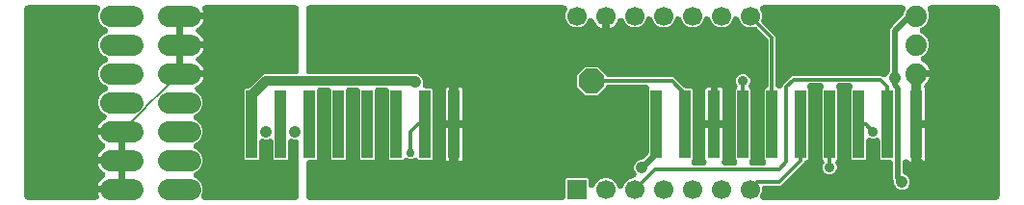
<source format=gbr>
G04 EAGLE Gerber RS-274X export*
G75*
%MOMM*%
%FSLAX34Y34*%
%LPD*%
%INBottom Copper*%
%IPPOS*%
%AMOC8*
5,1,8,0,0,1.08239X$1,22.5*%
G01*
%ADD10C,1.879600*%
%ADD11R,1.700000X1.700000*%
%ADD12C,1.700000*%
%ADD13C,1.879600*%
%ADD14P,2.336880X8X22.500000*%
%ADD15R,1.000000X6.000000*%
%ADD16R,1.020000X6.000000*%
%ADD17C,0.812800*%
%ADD18C,1.056400*%
%ADD19C,0.304800*%
%ADD20C,0.906400*%
%ADD21C,0.152400*%
%ADD22C,0.508000*%
%ADD23C,0.609600*%
%ADD24C,0.756400*%

G36*
X475954Y3309D02*
X475954Y3309D01*
X476030Y3307D01*
X476199Y3329D01*
X476370Y3343D01*
X476444Y3361D01*
X476519Y3371D01*
X476683Y3420D01*
X476849Y3461D01*
X476918Y3491D01*
X476992Y3513D01*
X477145Y3589D01*
X477302Y3656D01*
X477366Y3697D01*
X477435Y3730D01*
X477574Y3829D01*
X477718Y3921D01*
X477775Y3972D01*
X477837Y4016D01*
X477958Y4136D01*
X478086Y4250D01*
X478134Y4309D01*
X478188Y4363D01*
X478289Y4501D01*
X478396Y4634D01*
X478433Y4700D01*
X478478Y4761D01*
X478555Y4914D01*
X478640Y5062D01*
X478666Y5134D01*
X478701Y5202D01*
X478752Y5365D01*
X478811Y5525D01*
X478826Y5600D01*
X478849Y5672D01*
X478861Y5777D01*
X478906Y6009D01*
X478913Y6245D01*
X478925Y6350D01*
X478925Y21832D01*
X479818Y22725D01*
X498082Y22725D01*
X498975Y21832D01*
X498975Y17096D01*
X498986Y16954D01*
X498988Y16812D01*
X499006Y16709D01*
X499015Y16605D01*
X499049Y16466D01*
X499074Y16326D01*
X499108Y16227D01*
X499133Y16126D01*
X499190Y15995D01*
X499237Y15860D01*
X499287Y15768D01*
X499328Y15672D01*
X499404Y15552D01*
X499473Y15427D01*
X499537Y15344D01*
X499593Y15256D01*
X499688Y15150D01*
X499775Y15037D01*
X499852Y14966D01*
X499922Y14888D01*
X500033Y14799D01*
X500137Y14702D01*
X500224Y14644D01*
X500306Y14578D01*
X500429Y14508D01*
X500548Y14429D01*
X500644Y14386D01*
X500734Y14334D01*
X500868Y14285D01*
X500998Y14226D01*
X501099Y14199D01*
X501197Y14163D01*
X501336Y14136D01*
X501474Y14099D01*
X501579Y14088D01*
X501681Y14068D01*
X501823Y14064D01*
X501965Y14050D01*
X502070Y14056D01*
X502174Y14053D01*
X502315Y14071D01*
X502458Y14080D01*
X502559Y14104D01*
X502663Y14117D01*
X502800Y14158D01*
X502939Y14190D01*
X503035Y14229D01*
X503135Y14260D01*
X503264Y14322D01*
X503396Y14376D01*
X503485Y14431D01*
X503579Y14477D01*
X503695Y14559D01*
X503816Y14633D01*
X503896Y14702D01*
X503981Y14762D01*
X504082Y14862D01*
X504190Y14955D01*
X504258Y15035D01*
X504332Y15109D01*
X504416Y15224D01*
X504507Y15333D01*
X504545Y15402D01*
X504622Y15508D01*
X504818Y15894D01*
X504837Y15930D01*
X505851Y18379D01*
X508671Y21199D01*
X512356Y22725D01*
X516344Y22725D01*
X520029Y21199D01*
X522849Y18379D01*
X524235Y15032D01*
X524252Y14998D01*
X524265Y14962D01*
X524365Y14779D01*
X524460Y14593D01*
X524482Y14562D01*
X524501Y14529D01*
X524629Y14364D01*
X524753Y14196D01*
X524780Y14170D01*
X524803Y14139D01*
X524956Y13998D01*
X525106Y13852D01*
X525137Y13830D01*
X525165Y13804D01*
X525339Y13689D01*
X525510Y13569D01*
X525544Y13552D01*
X525576Y13531D01*
X525766Y13445D01*
X525954Y13355D01*
X525991Y13344D01*
X526026Y13328D01*
X526227Y13274D01*
X526428Y13215D01*
X526466Y13210D01*
X526502Y13201D01*
X526710Y13180D01*
X526917Y13154D01*
X526955Y13155D01*
X526993Y13152D01*
X527202Y13165D01*
X527410Y13172D01*
X527448Y13180D01*
X527486Y13182D01*
X527688Y13229D01*
X527894Y13270D01*
X527930Y13284D01*
X527967Y13292D01*
X528159Y13371D01*
X528355Y13445D01*
X528388Y13464D01*
X528423Y13478D01*
X528601Y13587D01*
X528782Y13691D01*
X528812Y13716D01*
X528844Y13735D01*
X529002Y13871D01*
X529164Y14004D01*
X529189Y14032D01*
X529218Y14057D01*
X529352Y14217D01*
X529491Y14374D01*
X529511Y14406D01*
X529535Y14435D01*
X529580Y14516D01*
X529753Y14791D01*
X529820Y14950D01*
X529865Y15032D01*
X531251Y18379D01*
X534071Y21199D01*
X537756Y22725D01*
X538142Y22725D01*
X538180Y22728D01*
X538219Y22726D01*
X538427Y22748D01*
X538634Y22765D01*
X538671Y22774D01*
X538709Y22778D01*
X538911Y22833D01*
X539113Y22883D01*
X539148Y22898D01*
X539185Y22909D01*
X539375Y22996D01*
X539566Y23078D01*
X539599Y23098D01*
X539633Y23114D01*
X539807Y23231D01*
X539982Y23343D01*
X540011Y23368D01*
X540043Y23390D01*
X540195Y23533D01*
X540350Y23672D01*
X540374Y23702D01*
X540402Y23728D01*
X540529Y23893D01*
X540660Y24056D01*
X540679Y24089D01*
X540702Y24119D01*
X540801Y24303D01*
X540904Y24484D01*
X540918Y24520D01*
X540936Y24554D01*
X541003Y24751D01*
X541076Y24947D01*
X541083Y24984D01*
X541096Y25020D01*
X541131Y25227D01*
X541171Y25431D01*
X541172Y25469D01*
X541178Y25507D01*
X541179Y25716D01*
X541186Y25924D01*
X541181Y25962D01*
X541181Y26000D01*
X541149Y26206D01*
X541121Y26413D01*
X541110Y26450D01*
X541104Y26487D01*
X541039Y26685D01*
X540979Y26885D01*
X540962Y26920D01*
X540950Y26956D01*
X540854Y27141D01*
X540762Y27329D01*
X540740Y27360D01*
X540722Y27394D01*
X540664Y27466D01*
X540477Y27731D01*
X540356Y27853D01*
X540337Y27877D01*
X539293Y30396D01*
X539293Y33104D01*
X540330Y35606D01*
X542244Y37520D01*
X544746Y38557D01*
X545178Y38557D01*
X545291Y38566D01*
X545406Y38565D01*
X545537Y38586D01*
X545669Y38597D01*
X545780Y38624D01*
X545893Y38642D01*
X546019Y38683D01*
X546148Y38715D01*
X546253Y38760D01*
X546362Y38796D01*
X546480Y38858D01*
X546602Y38910D01*
X546698Y38971D01*
X546799Y39024D01*
X546873Y39083D01*
X547018Y39175D01*
X547260Y39391D01*
X547332Y39449D01*
X551283Y43400D01*
X551357Y43487D01*
X551438Y43567D01*
X551516Y43674D01*
X551602Y43775D01*
X551661Y43873D01*
X551728Y43966D01*
X551788Y44084D01*
X551857Y44198D01*
X551899Y44304D01*
X551951Y44406D01*
X551991Y44533D01*
X552040Y44656D01*
X552065Y44767D01*
X552099Y44877D01*
X552109Y44970D01*
X552147Y45138D01*
X552165Y45462D01*
X552175Y45554D01*
X552175Y101047D01*
X552212Y101234D01*
X552257Y101437D01*
X552259Y101475D01*
X552266Y101513D01*
X552273Y101721D01*
X552285Y101930D01*
X552281Y101968D01*
X552282Y102006D01*
X552255Y102212D01*
X552232Y102420D01*
X552222Y102457D01*
X552217Y102495D01*
X552157Y102695D01*
X552102Y102896D01*
X552086Y102931D01*
X552075Y102968D01*
X551983Y103155D01*
X551896Y103344D01*
X551875Y103376D01*
X551858Y103411D01*
X551737Y103581D01*
X551621Y103754D01*
X551595Y103782D01*
X551572Y103813D01*
X551426Y103961D01*
X551283Y104113D01*
X551253Y104137D01*
X551226Y104164D01*
X551058Y104286D01*
X550892Y104414D01*
X550858Y104432D01*
X550827Y104454D01*
X550641Y104548D01*
X550457Y104647D01*
X550421Y104659D01*
X550387Y104677D01*
X550187Y104739D01*
X549990Y104807D01*
X549953Y104813D01*
X549916Y104825D01*
X549823Y104835D01*
X549504Y104890D01*
X549332Y104891D01*
X549238Y104901D01*
X517017Y104901D01*
X516941Y104895D01*
X516865Y104897D01*
X516696Y104875D01*
X516525Y104861D01*
X516451Y104843D01*
X516376Y104833D01*
X516212Y104784D01*
X516046Y104743D01*
X515977Y104713D01*
X515903Y104691D01*
X515750Y104615D01*
X515593Y104548D01*
X515529Y104507D01*
X515460Y104474D01*
X515321Y104375D01*
X515177Y104283D01*
X515120Y104232D01*
X515058Y104188D01*
X514936Y104068D01*
X514809Y103954D01*
X514761Y103895D01*
X514707Y103841D01*
X514606Y103703D01*
X514499Y103570D01*
X514462Y103504D01*
X514417Y103443D01*
X514340Y103290D01*
X514255Y103142D01*
X514250Y103127D01*
X506753Y95630D01*
X496547Y95630D01*
X489330Y102847D01*
X489330Y113053D01*
X496547Y120270D01*
X506753Y120270D01*
X514264Y112758D01*
X514323Y112622D01*
X514364Y112558D01*
X514397Y112489D01*
X514496Y112350D01*
X514588Y112206D01*
X514639Y112149D01*
X514683Y112087D01*
X514803Y111966D01*
X514917Y111838D01*
X514976Y111790D01*
X515030Y111736D01*
X515168Y111635D01*
X515301Y111528D01*
X515367Y111491D01*
X515428Y111446D01*
X515581Y111369D01*
X515729Y111284D01*
X515801Y111258D01*
X515869Y111223D01*
X516032Y111172D01*
X516192Y111113D01*
X516267Y111098D01*
X516339Y111075D01*
X516444Y111063D01*
X516676Y111018D01*
X516912Y111011D01*
X517017Y110999D01*
X573417Y110999D01*
X574537Y110535D01*
X582805Y102267D01*
X582892Y102193D01*
X582972Y102112D01*
X583079Y102034D01*
X583181Y101948D01*
X583279Y101889D01*
X583371Y101822D01*
X583489Y101762D01*
X583603Y101693D01*
X583710Y101651D01*
X583811Y101599D01*
X583938Y101559D01*
X584061Y101510D01*
X584173Y101485D01*
X584282Y101451D01*
X584375Y101441D01*
X584543Y101403D01*
X584867Y101385D01*
X584960Y101375D01*
X589932Y101375D01*
X590825Y100482D01*
X590825Y39218D01*
X590309Y38703D01*
X590284Y38674D01*
X590256Y38648D01*
X590125Y38486D01*
X589990Y38327D01*
X589970Y38294D01*
X589946Y38264D01*
X589843Y38083D01*
X589735Y37904D01*
X589721Y37869D01*
X589702Y37836D01*
X589629Y37640D01*
X589552Y37446D01*
X589544Y37409D01*
X589530Y37373D01*
X589490Y37169D01*
X589445Y36965D01*
X589443Y36926D01*
X589436Y36889D01*
X589429Y36681D01*
X589417Y36472D01*
X589421Y36434D01*
X589420Y36396D01*
X589447Y36190D01*
X589470Y35981D01*
X589480Y35945D01*
X589485Y35907D01*
X589545Y35707D01*
X589600Y35506D01*
X589616Y35471D01*
X589627Y35434D01*
X589719Y35247D01*
X589806Y35057D01*
X589827Y35026D01*
X589844Y34991D01*
X589965Y34821D01*
X590081Y34648D01*
X590107Y34620D01*
X590130Y34589D01*
X590276Y34441D01*
X590419Y34288D01*
X590449Y34265D01*
X590476Y34238D01*
X590645Y34115D01*
X590811Y33988D01*
X590844Y33970D01*
X590875Y33948D01*
X591061Y33854D01*
X591245Y33755D01*
X591281Y33743D01*
X591315Y33725D01*
X591515Y33662D01*
X591712Y33595D01*
X591749Y33589D01*
X591786Y33577D01*
X591879Y33567D01*
X592198Y33512D01*
X592370Y33511D01*
X592464Y33501D01*
X599954Y33501D01*
X600087Y33512D01*
X600220Y33512D01*
X600332Y33531D01*
X600446Y33541D01*
X600575Y33573D01*
X600706Y33595D01*
X600814Y33632D01*
X600925Y33659D01*
X601047Y33712D01*
X601173Y33755D01*
X601273Y33809D01*
X601378Y33854D01*
X601490Y33925D01*
X601607Y33988D01*
X601698Y34058D01*
X601794Y34119D01*
X601893Y34208D01*
X601999Y34289D01*
X602077Y34372D01*
X602162Y34448D01*
X602245Y34551D01*
X602337Y34648D01*
X602400Y34743D01*
X602472Y34832D01*
X602538Y34947D01*
X602612Y35058D01*
X602659Y35161D01*
X602716Y35260D01*
X602762Y35385D01*
X602818Y35506D01*
X602848Y35616D01*
X602887Y35723D01*
X602913Y35853D01*
X602948Y35982D01*
X602960Y36095D01*
X602982Y36207D01*
X602986Y36340D01*
X603000Y36472D01*
X602994Y36586D01*
X602997Y36700D01*
X602980Y36832D01*
X602973Y36965D01*
X602948Y37076D01*
X602933Y37189D01*
X602895Y37317D01*
X602866Y37447D01*
X602832Y37524D01*
X602791Y37661D01*
X602619Y38012D01*
X602593Y38072D01*
X602132Y38869D01*
X601959Y39515D01*
X601959Y66803D01*
X609600Y66803D01*
X617241Y66803D01*
X617241Y39515D01*
X617068Y38869D01*
X616607Y38072D01*
X616550Y37951D01*
X616484Y37836D01*
X616445Y37729D01*
X616396Y37626D01*
X616359Y37498D01*
X616313Y37373D01*
X616291Y37261D01*
X616259Y37152D01*
X616243Y37019D01*
X616218Y36889D01*
X616214Y36775D01*
X616201Y36662D01*
X616207Y36529D01*
X616203Y36396D01*
X616217Y36283D01*
X616222Y36169D01*
X616250Y36039D01*
X616267Y35907D01*
X616300Y35798D01*
X616323Y35686D01*
X616371Y35562D01*
X616409Y35434D01*
X616460Y35332D01*
X616501Y35226D01*
X616568Y35111D01*
X616626Y34991D01*
X616692Y34898D01*
X616750Y34800D01*
X616835Y34698D01*
X616912Y34589D01*
X616992Y34508D01*
X617065Y34420D01*
X617165Y34333D01*
X617259Y34238D01*
X617351Y34171D01*
X617437Y34096D01*
X617550Y34026D01*
X617657Y33948D01*
X617759Y33896D01*
X617856Y33836D01*
X617979Y33785D01*
X618098Y33725D01*
X618207Y33691D01*
X618312Y33647D01*
X618441Y33617D01*
X618568Y33577D01*
X618652Y33568D01*
X618792Y33535D01*
X619181Y33508D01*
X619246Y33501D01*
X626736Y33501D01*
X626774Y33504D01*
X626812Y33502D01*
X627020Y33524D01*
X627228Y33541D01*
X627265Y33550D01*
X627303Y33554D01*
X627504Y33609D01*
X627707Y33659D01*
X627742Y33674D01*
X627779Y33685D01*
X627968Y33771D01*
X628160Y33854D01*
X628192Y33874D01*
X628227Y33890D01*
X628401Y34007D01*
X628576Y34119D01*
X628605Y34144D01*
X628636Y34166D01*
X628789Y34309D01*
X628944Y34448D01*
X628968Y34477D01*
X628996Y34504D01*
X629123Y34669D01*
X629254Y34832D01*
X629273Y34865D01*
X629296Y34895D01*
X629395Y35079D01*
X629498Y35260D01*
X629511Y35296D01*
X629529Y35330D01*
X629597Y35527D01*
X629670Y35723D01*
X629677Y35760D01*
X629689Y35796D01*
X629724Y36002D01*
X629764Y36207D01*
X629766Y36245D01*
X629772Y36283D01*
X629773Y36492D01*
X629780Y36700D01*
X629775Y36738D01*
X629775Y36776D01*
X629742Y36983D01*
X629715Y37189D01*
X629704Y37226D01*
X629698Y37263D01*
X629633Y37461D01*
X629573Y37661D01*
X629556Y37696D01*
X629544Y37732D01*
X629448Y37917D01*
X629356Y38105D01*
X629334Y38136D01*
X629316Y38170D01*
X629258Y38242D01*
X629070Y38507D01*
X628950Y38629D01*
X628891Y38703D01*
X628375Y39218D01*
X628375Y100482D01*
X629172Y101278D01*
X629313Y101444D01*
X629458Y101608D01*
X629473Y101632D01*
X629491Y101654D01*
X629604Y101841D01*
X629720Y102026D01*
X629731Y102052D01*
X629746Y102077D01*
X629827Y102279D01*
X629912Y102481D01*
X629918Y102508D01*
X629929Y102535D01*
X629976Y102748D01*
X630027Y102960D01*
X630030Y102989D01*
X630036Y103016D01*
X630048Y103235D01*
X630064Y103452D01*
X630062Y103480D01*
X630063Y103509D01*
X630040Y103726D01*
X630021Y103944D01*
X630015Y103966D01*
X630011Y103999D01*
X629880Y104475D01*
X629847Y104548D01*
X629832Y104599D01*
X628943Y106745D01*
X628943Y109155D01*
X629865Y111381D01*
X631569Y113085D01*
X633795Y114007D01*
X636205Y114007D01*
X638431Y113085D01*
X640135Y111381D01*
X641057Y109155D01*
X641057Y106745D01*
X640168Y104599D01*
X640101Y104391D01*
X640030Y104184D01*
X640025Y104156D01*
X640016Y104129D01*
X639984Y103914D01*
X639947Y103698D01*
X639947Y103670D01*
X639943Y103642D01*
X639946Y103423D01*
X639944Y103205D01*
X639949Y103177D01*
X639949Y103148D01*
X639987Y102934D01*
X640021Y102717D01*
X640030Y102690D01*
X640035Y102662D01*
X640107Y102457D01*
X640175Y102249D01*
X640188Y102224D01*
X640198Y102197D01*
X640302Y102005D01*
X640403Y101811D01*
X640418Y101793D01*
X640434Y101764D01*
X640736Y101374D01*
X640795Y101319D01*
X640828Y101278D01*
X641625Y100482D01*
X641625Y39218D01*
X641109Y38703D01*
X641084Y38674D01*
X641056Y38648D01*
X640925Y38486D01*
X640790Y38327D01*
X640770Y38294D01*
X640746Y38264D01*
X640643Y38083D01*
X640535Y37904D01*
X640521Y37869D01*
X640502Y37836D01*
X640429Y37640D01*
X640352Y37446D01*
X640344Y37409D01*
X640330Y37373D01*
X640290Y37169D01*
X640245Y36965D01*
X640243Y36926D01*
X640236Y36889D01*
X640229Y36681D01*
X640217Y36472D01*
X640221Y36434D01*
X640220Y36396D01*
X640247Y36190D01*
X640270Y35981D01*
X640280Y35945D01*
X640285Y35907D01*
X640345Y35707D01*
X640400Y35506D01*
X640416Y35471D01*
X640427Y35434D01*
X640519Y35247D01*
X640606Y35057D01*
X640627Y35026D01*
X640644Y34991D01*
X640765Y34821D01*
X640881Y34648D01*
X640907Y34620D01*
X640930Y34589D01*
X641076Y34441D01*
X641219Y34288D01*
X641249Y34265D01*
X641276Y34238D01*
X641445Y34115D01*
X641611Y33988D01*
X641644Y33970D01*
X641675Y33948D01*
X641861Y33854D01*
X642045Y33755D01*
X642081Y33743D01*
X642115Y33725D01*
X642315Y33662D01*
X642512Y33595D01*
X642549Y33589D01*
X642586Y33577D01*
X642679Y33567D01*
X642998Y33512D01*
X643170Y33511D01*
X643264Y33501D01*
X652136Y33501D01*
X652174Y33504D01*
X652212Y33502D01*
X652420Y33524D01*
X652628Y33541D01*
X652665Y33550D01*
X652703Y33554D01*
X652904Y33609D01*
X653107Y33659D01*
X653142Y33674D01*
X653179Y33685D01*
X653368Y33771D01*
X653560Y33854D01*
X653592Y33874D01*
X653627Y33890D01*
X653801Y34007D01*
X653976Y34119D01*
X654005Y34144D01*
X654036Y34166D01*
X654189Y34309D01*
X654344Y34448D01*
X654368Y34477D01*
X654396Y34504D01*
X654523Y34669D01*
X654654Y34832D01*
X654673Y34865D01*
X654696Y34895D01*
X654795Y35079D01*
X654898Y35260D01*
X654911Y35296D01*
X654929Y35330D01*
X654997Y35527D01*
X655070Y35723D01*
X655077Y35760D01*
X655089Y35796D01*
X655124Y36002D01*
X655164Y36207D01*
X655166Y36245D01*
X655172Y36283D01*
X655173Y36492D01*
X655180Y36700D01*
X655175Y36738D01*
X655175Y36776D01*
X655142Y36983D01*
X655115Y37189D01*
X655104Y37226D01*
X655098Y37263D01*
X655033Y37461D01*
X654973Y37661D01*
X654956Y37696D01*
X654944Y37732D01*
X654848Y37917D01*
X654756Y38105D01*
X654734Y38136D01*
X654716Y38170D01*
X654658Y38242D01*
X654470Y38507D01*
X654350Y38629D01*
X654291Y38703D01*
X653775Y39218D01*
X653775Y100482D01*
X654701Y101407D01*
X654796Y101415D01*
X654870Y101433D01*
X654945Y101443D01*
X655109Y101492D01*
X655275Y101533D01*
X655344Y101563D01*
X655418Y101585D01*
X655571Y101661D01*
X655728Y101728D01*
X655792Y101769D01*
X655861Y101802D01*
X656000Y101901D01*
X656144Y101993D01*
X656201Y102044D01*
X656263Y102088D01*
X656384Y102208D01*
X656512Y102322D01*
X656560Y102381D01*
X656614Y102435D01*
X656715Y102573D01*
X656822Y102706D01*
X656859Y102772D01*
X656904Y102833D01*
X656981Y102986D01*
X657066Y103134D01*
X657092Y103206D01*
X657127Y103274D01*
X657178Y103437D01*
X657237Y103597D01*
X657252Y103672D01*
X657275Y103744D01*
X657287Y103849D01*
X657332Y104081D01*
X657339Y104317D01*
X657351Y104422D01*
X657351Y143525D01*
X657346Y143588D01*
X657347Y143628D01*
X657342Y143668D01*
X657343Y143753D01*
X657322Y143884D01*
X657311Y144017D01*
X657284Y144127D01*
X657266Y144240D01*
X657225Y144367D01*
X657193Y144495D01*
X657148Y144600D01*
X657112Y144709D01*
X657050Y144827D01*
X656998Y144949D01*
X656937Y145045D01*
X656884Y145146D01*
X656825Y145220D01*
X656733Y145365D01*
X656517Y145607D01*
X656459Y145680D01*
X647414Y154725D01*
X647247Y154866D01*
X647083Y155011D01*
X647059Y155026D01*
X647038Y155044D01*
X646851Y155157D01*
X646666Y155273D01*
X646639Y155284D01*
X646615Y155299D01*
X646413Y155380D01*
X646211Y155465D01*
X646183Y155471D01*
X646157Y155482D01*
X645944Y155529D01*
X645731Y155580D01*
X645703Y155583D01*
X645675Y155589D01*
X645457Y155601D01*
X645240Y155617D01*
X645211Y155615D01*
X645183Y155616D01*
X644965Y155593D01*
X644748Y155574D01*
X644726Y155568D01*
X644692Y155564D01*
X644217Y155434D01*
X644143Y155400D01*
X644093Y155385D01*
X643344Y155075D01*
X639356Y155075D01*
X635671Y156601D01*
X632851Y159421D01*
X631465Y162768D01*
X631448Y162802D01*
X631435Y162838D01*
X631335Y163021D01*
X631240Y163207D01*
X631218Y163238D01*
X631199Y163271D01*
X631071Y163436D01*
X630947Y163604D01*
X630920Y163630D01*
X630897Y163661D01*
X630744Y163802D01*
X630594Y163948D01*
X630563Y163970D01*
X630535Y163996D01*
X630361Y164111D01*
X630190Y164231D01*
X630156Y164248D01*
X630124Y164269D01*
X629934Y164355D01*
X629746Y164445D01*
X629709Y164456D01*
X629674Y164472D01*
X629473Y164526D01*
X629272Y164585D01*
X629234Y164590D01*
X629198Y164599D01*
X628990Y164620D01*
X628783Y164646D01*
X628745Y164645D01*
X628707Y164648D01*
X628498Y164635D01*
X628290Y164628D01*
X628252Y164620D01*
X628214Y164618D01*
X628012Y164571D01*
X627806Y164530D01*
X627770Y164516D01*
X627733Y164508D01*
X627541Y164429D01*
X627345Y164355D01*
X627312Y164336D01*
X627277Y164322D01*
X627099Y164213D01*
X626918Y164109D01*
X626888Y164084D01*
X626856Y164065D01*
X626698Y163929D01*
X626536Y163796D01*
X626511Y163768D01*
X626482Y163743D01*
X626348Y163583D01*
X626209Y163426D01*
X626189Y163394D01*
X626165Y163365D01*
X626120Y163284D01*
X625947Y163009D01*
X625880Y162850D01*
X625835Y162768D01*
X624449Y159421D01*
X621629Y156601D01*
X617944Y155075D01*
X613956Y155075D01*
X610271Y156601D01*
X607451Y159421D01*
X606065Y162768D01*
X606048Y162802D01*
X606035Y162838D01*
X605935Y163021D01*
X605840Y163207D01*
X605818Y163238D01*
X605799Y163271D01*
X605671Y163436D01*
X605547Y163604D01*
X605520Y163630D01*
X605497Y163661D01*
X605344Y163802D01*
X605194Y163948D01*
X605163Y163970D01*
X605135Y163996D01*
X604961Y164111D01*
X604790Y164231D01*
X604756Y164248D01*
X604724Y164269D01*
X604534Y164355D01*
X604346Y164445D01*
X604309Y164456D01*
X604274Y164472D01*
X604073Y164526D01*
X603872Y164585D01*
X603834Y164590D01*
X603798Y164599D01*
X603590Y164620D01*
X603383Y164646D01*
X603345Y164645D01*
X603307Y164648D01*
X603098Y164635D01*
X602890Y164628D01*
X602852Y164620D01*
X602814Y164618D01*
X602612Y164571D01*
X602406Y164530D01*
X602370Y164516D01*
X602333Y164508D01*
X602141Y164429D01*
X601945Y164355D01*
X601912Y164336D01*
X601877Y164322D01*
X601699Y164213D01*
X601518Y164109D01*
X601488Y164084D01*
X601456Y164065D01*
X601298Y163929D01*
X601136Y163796D01*
X601111Y163768D01*
X601082Y163743D01*
X600948Y163583D01*
X600809Y163426D01*
X600789Y163394D01*
X600765Y163365D01*
X600720Y163284D01*
X600547Y163009D01*
X600480Y162850D01*
X600435Y162768D01*
X599049Y159421D01*
X596229Y156601D01*
X592544Y155075D01*
X588556Y155075D01*
X584871Y156601D01*
X582051Y159421D01*
X580665Y162768D01*
X580648Y162802D01*
X580635Y162838D01*
X580535Y163021D01*
X580440Y163207D01*
X580418Y163238D01*
X580399Y163271D01*
X580271Y163436D01*
X580147Y163604D01*
X580120Y163630D01*
X580097Y163661D01*
X579944Y163802D01*
X579794Y163948D01*
X579763Y163970D01*
X579735Y163996D01*
X579561Y164111D01*
X579390Y164231D01*
X579356Y164248D01*
X579324Y164269D01*
X579134Y164355D01*
X578946Y164445D01*
X578909Y164456D01*
X578874Y164472D01*
X578673Y164526D01*
X578472Y164585D01*
X578434Y164590D01*
X578398Y164599D01*
X578190Y164620D01*
X577983Y164646D01*
X577945Y164645D01*
X577907Y164648D01*
X577698Y164635D01*
X577490Y164628D01*
X577452Y164620D01*
X577414Y164618D01*
X577212Y164571D01*
X577006Y164530D01*
X576970Y164516D01*
X576933Y164508D01*
X576741Y164429D01*
X576545Y164355D01*
X576512Y164336D01*
X576477Y164322D01*
X576299Y164213D01*
X576118Y164109D01*
X576088Y164084D01*
X576056Y164065D01*
X575898Y163929D01*
X575736Y163796D01*
X575711Y163768D01*
X575682Y163743D01*
X575548Y163583D01*
X575409Y163426D01*
X575389Y163394D01*
X575365Y163365D01*
X575320Y163284D01*
X575147Y163009D01*
X575080Y162850D01*
X575035Y162768D01*
X573649Y159421D01*
X570829Y156601D01*
X567144Y155075D01*
X563156Y155075D01*
X559471Y156601D01*
X556651Y159421D01*
X555265Y162768D01*
X555248Y162802D01*
X555235Y162838D01*
X555135Y163021D01*
X555040Y163207D01*
X555018Y163238D01*
X554999Y163271D01*
X554871Y163436D01*
X554747Y163604D01*
X554720Y163630D01*
X554697Y163661D01*
X554544Y163802D01*
X554394Y163948D01*
X554363Y163970D01*
X554335Y163996D01*
X554161Y164111D01*
X553990Y164231D01*
X553956Y164248D01*
X553924Y164269D01*
X553734Y164355D01*
X553546Y164445D01*
X553509Y164456D01*
X553474Y164472D01*
X553273Y164526D01*
X553072Y164585D01*
X553034Y164590D01*
X552998Y164599D01*
X552790Y164620D01*
X552583Y164646D01*
X552545Y164645D01*
X552507Y164648D01*
X552298Y164635D01*
X552090Y164628D01*
X552052Y164620D01*
X552014Y164618D01*
X551812Y164571D01*
X551606Y164530D01*
X551570Y164516D01*
X551533Y164508D01*
X551341Y164429D01*
X551145Y164355D01*
X551112Y164336D01*
X551077Y164322D01*
X550899Y164213D01*
X550718Y164109D01*
X550688Y164084D01*
X550656Y164065D01*
X550498Y163929D01*
X550336Y163796D01*
X550311Y163768D01*
X550282Y163743D01*
X550148Y163583D01*
X550009Y163426D01*
X549989Y163394D01*
X549965Y163365D01*
X549920Y163284D01*
X549747Y163009D01*
X549680Y162850D01*
X549635Y162768D01*
X548249Y159421D01*
X545429Y156601D01*
X541744Y155075D01*
X537756Y155075D01*
X534071Y156601D01*
X531251Y159421D01*
X530412Y161447D01*
X530341Y161587D01*
X530277Y161732D01*
X530228Y161807D01*
X530187Y161886D01*
X530094Y162013D01*
X530008Y162145D01*
X529948Y162211D01*
X529894Y162283D01*
X529781Y162393D01*
X529675Y162510D01*
X529605Y162565D01*
X529541Y162627D01*
X529412Y162718D01*
X529288Y162816D01*
X529210Y162859D01*
X529137Y162910D01*
X528995Y162979D01*
X528857Y163055D01*
X528773Y163086D01*
X528693Y163124D01*
X528541Y163169D01*
X528393Y163222D01*
X528305Y163239D01*
X528219Y163264D01*
X528063Y163283D01*
X527908Y163312D01*
X527818Y163314D01*
X527730Y163325D01*
X527573Y163319D01*
X527415Y163323D01*
X527326Y163310D01*
X527237Y163307D01*
X527082Y163275D01*
X526926Y163253D01*
X526841Y163227D01*
X526753Y163209D01*
X526606Y163153D01*
X526455Y163106D01*
X526375Y163066D01*
X526292Y163034D01*
X526155Y162956D01*
X526014Y162885D01*
X525942Y162832D01*
X525865Y162788D01*
X525743Y162688D01*
X525615Y162595D01*
X525552Y162532D01*
X525483Y162475D01*
X525379Y162357D01*
X525267Y162245D01*
X525216Y162172D01*
X525157Y162105D01*
X525073Y161972D01*
X524981Y161843D01*
X524953Y161781D01*
X524894Y161688D01*
X524702Y161233D01*
X524701Y161227D01*
X524699Y161222D01*
X524582Y160862D01*
X523793Y159313D01*
X522771Y157907D01*
X521543Y156679D01*
X520137Y155657D01*
X518588Y154868D01*
X517397Y154481D01*
X517397Y165100D01*
X517391Y165176D01*
X517394Y165252D01*
X517371Y165421D01*
X517357Y165591D01*
X517339Y165665D01*
X517329Y165741D01*
X517280Y165905D01*
X517239Y166070D01*
X517209Y166140D01*
X517187Y166213D01*
X517112Y166367D01*
X517044Y166524D01*
X517003Y166588D01*
X516970Y166656D01*
X516871Y166796D01*
X516779Y166940D01*
X516728Y166996D01*
X516684Y167059D01*
X516564Y167180D01*
X516450Y167308D01*
X516391Y167355D01*
X516338Y167410D01*
X516199Y167510D01*
X516067Y167617D01*
X516000Y167655D01*
X515939Y167700D01*
X515786Y167777D01*
X515638Y167861D01*
X515566Y167888D01*
X515498Y167922D01*
X515336Y167974D01*
X515175Y168033D01*
X515101Y168048D01*
X515028Y168071D01*
X514923Y168082D01*
X514691Y168128D01*
X514455Y168135D01*
X514350Y168147D01*
X514274Y168141D01*
X514198Y168143D01*
X514028Y168121D01*
X513858Y168107D01*
X513784Y168089D01*
X513709Y168079D01*
X513545Y168029D01*
X513379Y167988D01*
X513309Y167958D01*
X513236Y167936D01*
X513083Y167861D01*
X512926Y167794D01*
X512862Y167753D01*
X512793Y167719D01*
X512654Y167620D01*
X512510Y167529D01*
X512453Y167478D01*
X512391Y167434D01*
X512269Y167314D01*
X512142Y167200D01*
X512094Y167141D01*
X512040Y167087D01*
X511939Y166949D01*
X511832Y166816D01*
X511794Y166750D01*
X511749Y166688D01*
X511673Y166536D01*
X511588Y166387D01*
X511561Y166316D01*
X511527Y166248D01*
X511476Y166085D01*
X511416Y165925D01*
X511402Y165850D01*
X511379Y165777D01*
X511367Y165673D01*
X511322Y165441D01*
X511314Y165205D01*
X511303Y165100D01*
X511303Y154481D01*
X510112Y154868D01*
X508563Y155657D01*
X507157Y156679D01*
X505929Y157907D01*
X504907Y159313D01*
X504118Y160862D01*
X504001Y161222D01*
X503940Y161368D01*
X503888Y161517D01*
X503845Y161595D01*
X503811Y161678D01*
X503728Y161812D01*
X503652Y161950D01*
X503597Y162021D01*
X503550Y162096D01*
X503446Y162215D01*
X503349Y162340D01*
X503284Y162400D01*
X503225Y162468D01*
X503103Y162568D01*
X502988Y162675D01*
X502913Y162725D01*
X502845Y162781D01*
X502708Y162861D01*
X502577Y162948D01*
X502495Y162985D01*
X502418Y163030D01*
X502271Y163086D01*
X502127Y163151D01*
X502041Y163174D01*
X501957Y163206D01*
X501803Y163238D01*
X501650Y163279D01*
X501562Y163287D01*
X501474Y163305D01*
X501317Y163312D01*
X501160Y163328D01*
X501070Y163322D01*
X500981Y163326D01*
X500825Y163307D01*
X500667Y163297D01*
X500580Y163277D01*
X500492Y163266D01*
X500340Y163222D01*
X500186Y163187D01*
X500104Y163153D01*
X500018Y163128D01*
X499875Y163060D01*
X499729Y163001D01*
X499653Y162955D01*
X499573Y162916D01*
X499443Y162826D01*
X499308Y162744D01*
X499241Y162686D01*
X499167Y162635D01*
X499054Y162525D01*
X498934Y162422D01*
X498877Y162354D01*
X498813Y162291D01*
X498719Y162165D01*
X498617Y162044D01*
X498584Y161984D01*
X498519Y161896D01*
X498292Y161457D01*
X498290Y161451D01*
X498288Y161447D01*
X497449Y159421D01*
X494629Y156601D01*
X490944Y155075D01*
X486956Y155075D01*
X483271Y156601D01*
X480451Y159421D01*
X478925Y163106D01*
X478925Y167094D01*
X480247Y170284D01*
X480302Y170456D01*
X480365Y170625D01*
X480377Y170690D01*
X480398Y170753D01*
X480425Y170932D01*
X480459Y171109D01*
X480461Y171175D01*
X480471Y171241D01*
X480469Y171422D01*
X480475Y171602D01*
X480466Y171668D01*
X480465Y171735D01*
X480434Y171912D01*
X480410Y172091D01*
X480391Y172155D01*
X480380Y172220D01*
X480320Y172390D01*
X480268Y172564D01*
X480239Y172623D01*
X480217Y172686D01*
X480130Y172845D01*
X480051Y173007D01*
X480013Y173061D01*
X479981Y173119D01*
X479870Y173262D01*
X479765Y173409D01*
X479719Y173456D01*
X479678Y173509D01*
X479545Y173632D01*
X479419Y173760D01*
X479365Y173799D01*
X479316Y173844D01*
X479166Y173944D01*
X479020Y174050D01*
X478961Y174080D01*
X478905Y174117D01*
X478741Y174191D01*
X478580Y174273D01*
X478516Y174293D01*
X478455Y174320D01*
X478281Y174367D01*
X478109Y174421D01*
X478056Y174427D01*
X477979Y174448D01*
X477488Y174497D01*
X477455Y174495D01*
X477431Y174497D01*
X254000Y174497D01*
X253924Y174491D01*
X253848Y174493D01*
X253679Y174471D01*
X253508Y174457D01*
X253434Y174439D01*
X253359Y174429D01*
X253195Y174380D01*
X253029Y174339D01*
X252960Y174309D01*
X252886Y174287D01*
X252733Y174211D01*
X252576Y174144D01*
X252512Y174103D01*
X252443Y174070D01*
X252304Y173971D01*
X252160Y173879D01*
X252103Y173828D01*
X252041Y173784D01*
X251920Y173664D01*
X251792Y173550D01*
X251744Y173491D01*
X251690Y173437D01*
X251589Y173299D01*
X251482Y173166D01*
X251445Y173100D01*
X251400Y173039D01*
X251323Y172886D01*
X251238Y172738D01*
X251212Y172666D01*
X251177Y172598D01*
X251126Y172435D01*
X251067Y172275D01*
X251052Y172200D01*
X251029Y172128D01*
X251017Y172023D01*
X250972Y171791D01*
X250965Y171555D01*
X250953Y171450D01*
X250953Y116586D01*
X250959Y116510D01*
X250957Y116434D01*
X250979Y116265D01*
X250993Y116094D01*
X251011Y116020D01*
X251021Y115945D01*
X251070Y115781D01*
X251111Y115615D01*
X251141Y115546D01*
X251163Y115472D01*
X251239Y115319D01*
X251306Y115162D01*
X251347Y115098D01*
X251380Y115029D01*
X251479Y114890D01*
X251571Y114746D01*
X251622Y114689D01*
X251666Y114627D01*
X251786Y114506D01*
X251900Y114378D01*
X251959Y114330D01*
X252013Y114276D01*
X252151Y114175D01*
X252284Y114068D01*
X252350Y114031D01*
X252411Y113986D01*
X252564Y113909D01*
X252712Y113824D01*
X252784Y113798D01*
X252852Y113763D01*
X253015Y113712D01*
X253175Y113653D01*
X253250Y113638D01*
X253322Y113615D01*
X253427Y113603D01*
X253659Y113558D01*
X253895Y113551D01*
X254000Y113539D01*
X344021Y113539D01*
X344031Y113540D01*
X344040Y113539D01*
X344276Y113559D01*
X344513Y113579D01*
X344522Y113581D01*
X344532Y113582D01*
X344570Y113593D01*
X344991Y113697D01*
X345111Y113749D01*
X345187Y113771D01*
X345356Y113841D01*
X348064Y113841D01*
X350566Y112804D01*
X352480Y110890D01*
X353517Y108388D01*
X353517Y105680D01*
X353475Y105578D01*
X353419Y105406D01*
X353356Y105237D01*
X353344Y105172D01*
X353323Y105109D01*
X353296Y104930D01*
X353262Y104753D01*
X353260Y104687D01*
X353250Y104621D01*
X353252Y104440D01*
X353246Y104260D01*
X353255Y104194D01*
X353256Y104128D01*
X353287Y103950D01*
X353311Y103771D01*
X353330Y103707D01*
X353341Y103642D01*
X353401Y103472D01*
X353453Y103298D01*
X353482Y103239D01*
X353504Y103176D01*
X353591Y103017D01*
X353670Y102855D01*
X353708Y102801D01*
X353740Y102743D01*
X353851Y102600D01*
X353956Y102453D01*
X354002Y102406D01*
X354043Y102353D01*
X354175Y102231D01*
X354302Y102102D01*
X354356Y102063D01*
X354405Y102018D01*
X354555Y101918D01*
X354701Y101812D01*
X354760Y101782D01*
X354816Y101745D01*
X354980Y101671D01*
X355142Y101589D01*
X355205Y101569D01*
X355265Y101542D01*
X355440Y101495D01*
X355612Y101441D01*
X355664Y101435D01*
X355742Y101414D01*
X356233Y101365D01*
X356266Y101367D01*
X356290Y101365D01*
X361232Y101365D01*
X362125Y100472D01*
X362125Y39208D01*
X361232Y38315D01*
X349968Y38315D01*
X349062Y39222D01*
X348895Y39363D01*
X348731Y39508D01*
X348707Y39523D01*
X348686Y39542D01*
X348498Y39655D01*
X348314Y39770D01*
X348288Y39781D01*
X348263Y39796D01*
X348060Y39877D01*
X347859Y39962D01*
X347831Y39969D01*
X347805Y39979D01*
X347592Y40026D01*
X347379Y40078D01*
X347351Y40080D01*
X347323Y40086D01*
X347105Y40098D01*
X346887Y40115D01*
X346859Y40112D01*
X346831Y40114D01*
X346613Y40091D01*
X346396Y40072D01*
X346374Y40065D01*
X346340Y40061D01*
X345864Y39931D01*
X345791Y39897D01*
X345741Y39883D01*
X343956Y39143D01*
X341844Y39143D01*
X340045Y39889D01*
X339837Y39956D01*
X339631Y40026D01*
X339603Y40031D01*
X339576Y40040D01*
X339360Y40072D01*
X339144Y40109D01*
X339116Y40109D01*
X339088Y40113D01*
X338870Y40111D01*
X338651Y40112D01*
X338623Y40108D01*
X338594Y40107D01*
X338380Y40069D01*
X338164Y40035D01*
X338137Y40026D01*
X338109Y40022D01*
X337903Y39950D01*
X337695Y39881D01*
X337670Y39868D01*
X337643Y39859D01*
X337451Y39754D01*
X337257Y39653D01*
X337239Y39639D01*
X337210Y39623D01*
X336820Y39320D01*
X336766Y39261D01*
X336724Y39228D01*
X335832Y38335D01*
X324568Y38335D01*
X323675Y39228D01*
X323675Y99314D01*
X323669Y99390D01*
X323671Y99466D01*
X323649Y99635D01*
X323635Y99806D01*
X323617Y99880D01*
X323607Y99955D01*
X323558Y100119D01*
X323517Y100285D01*
X323487Y100354D01*
X323465Y100428D01*
X323389Y100581D01*
X323322Y100738D01*
X323281Y100802D01*
X323248Y100871D01*
X323149Y101010D01*
X323057Y101154D01*
X323006Y101211D01*
X322962Y101273D01*
X322842Y101394D01*
X322728Y101522D01*
X322669Y101570D01*
X322615Y101624D01*
X322477Y101725D01*
X322344Y101832D01*
X322278Y101869D01*
X322217Y101914D01*
X322064Y101991D01*
X321916Y102076D01*
X321844Y102102D01*
X321776Y102137D01*
X321613Y102188D01*
X321453Y102247D01*
X321378Y102262D01*
X321306Y102285D01*
X321201Y102297D01*
X320969Y102342D01*
X320733Y102349D01*
X320628Y102361D01*
X314372Y102361D01*
X314296Y102355D01*
X314220Y102357D01*
X314051Y102335D01*
X313880Y102321D01*
X313806Y102303D01*
X313731Y102293D01*
X313567Y102244D01*
X313401Y102203D01*
X313332Y102173D01*
X313258Y102151D01*
X313105Y102075D01*
X312948Y102008D01*
X312884Y101967D01*
X312815Y101934D01*
X312676Y101835D01*
X312532Y101743D01*
X312475Y101692D01*
X312413Y101648D01*
X312292Y101528D01*
X312164Y101414D01*
X312116Y101355D01*
X312062Y101301D01*
X311961Y101163D01*
X311854Y101030D01*
X311817Y100964D01*
X311772Y100903D01*
X311695Y100750D01*
X311610Y100602D01*
X311584Y100530D01*
X311549Y100462D01*
X311498Y100299D01*
X311439Y100139D01*
X311424Y100064D01*
X311401Y99992D01*
X311389Y99887D01*
X311344Y99655D01*
X311337Y99419D01*
X311325Y99314D01*
X311325Y39208D01*
X310432Y38315D01*
X299168Y38315D01*
X298275Y39208D01*
X298275Y99314D01*
X298269Y99390D01*
X298271Y99466D01*
X298249Y99635D01*
X298235Y99806D01*
X298217Y99880D01*
X298207Y99955D01*
X298158Y100119D01*
X298117Y100285D01*
X298087Y100354D01*
X298065Y100428D01*
X297989Y100581D01*
X297922Y100738D01*
X297881Y100802D01*
X297848Y100871D01*
X297749Y101010D01*
X297657Y101154D01*
X297606Y101211D01*
X297562Y101273D01*
X297442Y101394D01*
X297328Y101522D01*
X297269Y101570D01*
X297215Y101624D01*
X297077Y101725D01*
X296944Y101832D01*
X296878Y101869D01*
X296817Y101914D01*
X296664Y101991D01*
X296516Y102076D01*
X296444Y102102D01*
X296376Y102137D01*
X296213Y102188D01*
X296053Y102247D01*
X295978Y102262D01*
X295906Y102285D01*
X295801Y102297D01*
X295569Y102342D01*
X295333Y102349D01*
X295228Y102361D01*
X288972Y102361D01*
X288896Y102355D01*
X288820Y102357D01*
X288651Y102335D01*
X288480Y102321D01*
X288406Y102303D01*
X288331Y102293D01*
X288167Y102244D01*
X288001Y102203D01*
X287932Y102173D01*
X287858Y102151D01*
X287705Y102075D01*
X287548Y102008D01*
X287484Y101967D01*
X287415Y101934D01*
X287276Y101835D01*
X287132Y101743D01*
X287075Y101692D01*
X287013Y101648D01*
X286892Y101528D01*
X286764Y101414D01*
X286716Y101355D01*
X286662Y101301D01*
X286561Y101163D01*
X286454Y101030D01*
X286417Y100964D01*
X286372Y100903D01*
X286295Y100750D01*
X286210Y100602D01*
X286184Y100530D01*
X286149Y100462D01*
X286098Y100299D01*
X286039Y100139D01*
X286024Y100064D01*
X286001Y99992D01*
X285989Y99887D01*
X285944Y99655D01*
X285937Y99419D01*
X285925Y99314D01*
X285925Y39228D01*
X285032Y38335D01*
X273768Y38335D01*
X272875Y39228D01*
X272875Y99314D01*
X272869Y99390D01*
X272871Y99466D01*
X272849Y99635D01*
X272835Y99806D01*
X272817Y99880D01*
X272807Y99955D01*
X272758Y100119D01*
X272717Y100285D01*
X272687Y100354D01*
X272665Y100428D01*
X272589Y100581D01*
X272522Y100738D01*
X272481Y100802D01*
X272448Y100871D01*
X272349Y101010D01*
X272257Y101154D01*
X272206Y101211D01*
X272162Y101273D01*
X272042Y101394D01*
X271928Y101522D01*
X271869Y101570D01*
X271815Y101624D01*
X271677Y101725D01*
X271544Y101832D01*
X271478Y101869D01*
X271417Y101914D01*
X271264Y101991D01*
X271116Y102076D01*
X271044Y102102D01*
X270976Y102137D01*
X270813Y102188D01*
X270653Y102247D01*
X270578Y102262D01*
X270506Y102285D01*
X270401Y102297D01*
X270169Y102342D01*
X269933Y102349D01*
X269828Y102361D01*
X263572Y102361D01*
X263496Y102355D01*
X263420Y102357D01*
X263251Y102335D01*
X263080Y102321D01*
X263006Y102303D01*
X262931Y102293D01*
X262767Y102244D01*
X262601Y102203D01*
X262532Y102173D01*
X262458Y102151D01*
X262305Y102075D01*
X262148Y102008D01*
X262084Y101967D01*
X262015Y101934D01*
X261876Y101835D01*
X261732Y101743D01*
X261675Y101692D01*
X261613Y101648D01*
X261492Y101528D01*
X261364Y101414D01*
X261316Y101355D01*
X261262Y101301D01*
X261161Y101163D01*
X261054Y101030D01*
X261017Y100964D01*
X260972Y100903D01*
X260895Y100750D01*
X260810Y100602D01*
X260784Y100530D01*
X260749Y100462D01*
X260698Y100299D01*
X260639Y100139D01*
X260624Y100064D01*
X260601Y99992D01*
X260589Y99887D01*
X260544Y99655D01*
X260537Y99419D01*
X260525Y99314D01*
X260525Y39208D01*
X259632Y38315D01*
X254000Y38315D01*
X253924Y38309D01*
X253848Y38311D01*
X253679Y38289D01*
X253508Y38275D01*
X253434Y38257D01*
X253359Y38247D01*
X253195Y38198D01*
X253029Y38157D01*
X252960Y38127D01*
X252887Y38105D01*
X252733Y38029D01*
X252576Y37962D01*
X252512Y37921D01*
X252443Y37888D01*
X252304Y37789D01*
X252160Y37697D01*
X252103Y37646D01*
X252041Y37602D01*
X251920Y37482D01*
X251792Y37368D01*
X251744Y37309D01*
X251690Y37255D01*
X251589Y37117D01*
X251482Y36984D01*
X251445Y36918D01*
X251400Y36857D01*
X251323Y36704D01*
X251238Y36556D01*
X251212Y36484D01*
X251177Y36416D01*
X251126Y36253D01*
X251067Y36093D01*
X251052Y36018D01*
X251029Y35946D01*
X251017Y35841D01*
X250972Y35609D01*
X250965Y35373D01*
X250953Y35268D01*
X250953Y6350D01*
X250959Y6274D01*
X250957Y6198D01*
X250979Y6029D01*
X250993Y5858D01*
X251011Y5784D01*
X251021Y5709D01*
X251070Y5545D01*
X251111Y5379D01*
X251141Y5310D01*
X251163Y5236D01*
X251239Y5083D01*
X251306Y4926D01*
X251347Y4862D01*
X251380Y4793D01*
X251479Y4654D01*
X251571Y4510D01*
X251622Y4453D01*
X251666Y4391D01*
X251786Y4270D01*
X251900Y4142D01*
X251959Y4094D01*
X252013Y4040D01*
X252151Y3939D01*
X252284Y3832D01*
X252350Y3795D01*
X252411Y3750D01*
X252564Y3673D01*
X252712Y3588D01*
X252784Y3562D01*
X252852Y3527D01*
X253015Y3476D01*
X253175Y3417D01*
X253250Y3402D01*
X253322Y3379D01*
X253427Y3367D01*
X253659Y3322D01*
X253895Y3315D01*
X254000Y3303D01*
X475878Y3303D01*
X475954Y3309D01*
G37*
G36*
X857326Y3309D02*
X857326Y3309D01*
X857402Y3307D01*
X857571Y3329D01*
X857742Y3343D01*
X857816Y3361D01*
X857891Y3371D01*
X858055Y3420D01*
X858221Y3461D01*
X858290Y3491D01*
X858364Y3513D01*
X858517Y3589D01*
X858674Y3656D01*
X858738Y3697D01*
X858807Y3730D01*
X858946Y3829D01*
X859090Y3921D01*
X859147Y3972D01*
X859209Y4016D01*
X859330Y4136D01*
X859458Y4250D01*
X859506Y4309D01*
X859560Y4363D01*
X859661Y4501D01*
X859768Y4634D01*
X859805Y4700D01*
X859850Y4761D01*
X859927Y4914D01*
X860012Y5062D01*
X860038Y5134D01*
X860073Y5202D01*
X860124Y5365D01*
X860183Y5525D01*
X860198Y5600D01*
X860221Y5672D01*
X860233Y5777D01*
X860278Y6009D01*
X860285Y6245D01*
X860297Y6350D01*
X860297Y171450D01*
X860291Y171526D01*
X860293Y171602D01*
X860271Y171771D01*
X860257Y171942D01*
X860239Y172016D01*
X860229Y172091D01*
X860180Y172255D01*
X860139Y172421D01*
X860109Y172490D01*
X860087Y172564D01*
X860011Y172717D01*
X859944Y172874D01*
X859903Y172938D01*
X859870Y173007D01*
X859771Y173146D01*
X859679Y173290D01*
X859628Y173347D01*
X859584Y173409D01*
X859464Y173530D01*
X859350Y173658D01*
X859291Y173706D01*
X859237Y173760D01*
X859099Y173861D01*
X858966Y173968D01*
X858900Y174005D01*
X858839Y174050D01*
X858686Y174127D01*
X858538Y174212D01*
X858466Y174238D01*
X858398Y174273D01*
X858235Y174324D01*
X858075Y174383D01*
X858000Y174398D01*
X857928Y174421D01*
X857823Y174433D01*
X857591Y174478D01*
X857355Y174485D01*
X857250Y174497D01*
X799891Y174497D01*
X799711Y174483D01*
X799530Y174476D01*
X799465Y174463D01*
X799399Y174457D01*
X799224Y174414D01*
X799047Y174378D01*
X798985Y174355D01*
X798920Y174339D01*
X798754Y174267D01*
X798585Y174204D01*
X798528Y174170D01*
X798467Y174144D01*
X798315Y174047D01*
X798158Y173957D01*
X798107Y173915D01*
X798051Y173879D01*
X797916Y173759D01*
X797776Y173644D01*
X797732Y173595D01*
X797683Y173550D01*
X797569Y173410D01*
X797450Y173275D01*
X797415Y173218D01*
X797373Y173166D01*
X797284Y173010D01*
X797188Y172857D01*
X797162Y172795D01*
X797129Y172738D01*
X797066Y172568D01*
X796996Y172402D01*
X796980Y172338D01*
X796957Y172275D01*
X796923Y172098D01*
X796880Y171923D01*
X796875Y171856D01*
X796863Y171791D01*
X796857Y171611D01*
X796844Y171431D01*
X796849Y171364D01*
X796847Y171298D01*
X796871Y171119D01*
X796887Y170939D01*
X796901Y170889D01*
X796912Y170809D01*
X797054Y170337D01*
X797069Y170306D01*
X797075Y170284D01*
X798323Y167273D01*
X798323Y162927D01*
X796660Y158913D01*
X793587Y155840D01*
X792079Y155215D01*
X792045Y155198D01*
X792009Y155185D01*
X791826Y155086D01*
X791640Y154990D01*
X791609Y154968D01*
X791575Y154949D01*
X791410Y154821D01*
X791243Y154697D01*
X791216Y154670D01*
X791186Y154647D01*
X791044Y154493D01*
X790898Y154344D01*
X790876Y154313D01*
X790850Y154285D01*
X790735Y154111D01*
X790615Y153940D01*
X790599Y153906D01*
X790578Y153874D01*
X790492Y153684D01*
X790401Y153496D01*
X790390Y153459D01*
X790375Y153424D01*
X790321Y153223D01*
X790262Y153022D01*
X790257Y152984D01*
X790247Y152948D01*
X790226Y152740D01*
X790200Y152533D01*
X790202Y152495D01*
X790198Y152457D01*
X790211Y152248D01*
X790219Y152040D01*
X790226Y152002D01*
X790229Y151964D01*
X790275Y151761D01*
X790317Y151556D01*
X790330Y151521D01*
X790339Y151483D01*
X790418Y151289D01*
X790491Y151095D01*
X790510Y151062D01*
X790525Y151027D01*
X790634Y150848D01*
X790738Y150668D01*
X790762Y150638D01*
X790782Y150606D01*
X790918Y150447D01*
X791050Y150286D01*
X791079Y150261D01*
X791104Y150232D01*
X791263Y150098D01*
X791420Y149959D01*
X791453Y149939D01*
X791482Y149915D01*
X791563Y149870D01*
X791838Y149697D01*
X791997Y149630D01*
X792079Y149585D01*
X793587Y148960D01*
X796660Y145887D01*
X798323Y141873D01*
X798323Y137527D01*
X796660Y133513D01*
X793587Y130440D01*
X793314Y130327D01*
X793167Y130252D01*
X793016Y130184D01*
X792948Y130139D01*
X792875Y130102D01*
X792742Y130004D01*
X792604Y129913D01*
X792544Y129857D01*
X792478Y129809D01*
X792363Y129691D01*
X792241Y129579D01*
X792191Y129514D01*
X792134Y129456D01*
X792039Y129320D01*
X791937Y129190D01*
X791897Y129119D01*
X791851Y129052D01*
X791779Y128902D01*
X791699Y128758D01*
X791672Y128681D01*
X791637Y128607D01*
X791590Y128449D01*
X791535Y128293D01*
X791520Y128212D01*
X791497Y128134D01*
X791476Y127970D01*
X791447Y127807D01*
X791446Y127726D01*
X791436Y127644D01*
X791442Y127479D01*
X791439Y127314D01*
X791451Y127233D01*
X791454Y127151D01*
X791487Y126989D01*
X791511Y126826D01*
X791536Y126748D01*
X791552Y126668D01*
X791610Y126514D01*
X791661Y126356D01*
X791698Y126283D01*
X791726Y126206D01*
X791809Y126063D01*
X791884Y125916D01*
X791932Y125850D01*
X791973Y125779D01*
X792078Y125652D01*
X792176Y125518D01*
X792234Y125461D01*
X792286Y125397D01*
X792409Y125288D01*
X792528Y125172D01*
X792581Y125137D01*
X792656Y125071D01*
X793073Y124809D01*
X793087Y124803D01*
X793097Y124797D01*
X793657Y124511D01*
X795178Y123406D01*
X796506Y122078D01*
X797611Y120557D01*
X798464Y118883D01*
X798963Y117347D01*
X787400Y117347D01*
X787324Y117341D01*
X787248Y117344D01*
X787079Y117321D01*
X786909Y117307D01*
X786835Y117289D01*
X786759Y117279D01*
X786595Y117230D01*
X786430Y117189D01*
X786360Y117159D01*
X786287Y117137D01*
X786133Y117062D01*
X785976Y116994D01*
X785912Y116953D01*
X785844Y116920D01*
X785704Y116821D01*
X785560Y116729D01*
X785504Y116678D01*
X785441Y116634D01*
X785320Y116514D01*
X785192Y116400D01*
X785144Y116341D01*
X785090Y116287D01*
X784989Y116149D01*
X784882Y116016D01*
X784844Y115950D01*
X784799Y115888D01*
X784723Y115736D01*
X784638Y115587D01*
X784611Y115516D01*
X784577Y115448D01*
X784526Y115285D01*
X784466Y115125D01*
X784452Y115050D01*
X784429Y114977D01*
X784417Y114873D01*
X784372Y114641D01*
X784364Y114405D01*
X784353Y114300D01*
X784353Y69850D01*
X784353Y37309D01*
X781965Y37309D01*
X781319Y37482D01*
X780740Y37817D01*
X780431Y38126D01*
X780402Y38151D01*
X780376Y38179D01*
X780214Y38310D01*
X780055Y38446D01*
X780022Y38465D01*
X779992Y38489D01*
X779811Y38592D01*
X779632Y38700D01*
X779597Y38714D01*
X779564Y38733D01*
X779368Y38806D01*
X779174Y38883D01*
X779137Y38892D01*
X779101Y38905D01*
X778897Y38945D01*
X778693Y38990D01*
X778654Y38992D01*
X778617Y39000D01*
X778409Y39006D01*
X778200Y39018D01*
X778162Y39014D01*
X778124Y39015D01*
X777918Y38988D01*
X777709Y38966D01*
X777673Y38955D01*
X777635Y38950D01*
X777435Y38890D01*
X777234Y38835D01*
X777199Y38819D01*
X777162Y38808D01*
X776975Y38716D01*
X776785Y38629D01*
X776754Y38608D01*
X776719Y38591D01*
X776549Y38470D01*
X776376Y38354D01*
X776348Y38328D01*
X776317Y38306D01*
X776169Y38159D01*
X776016Y38016D01*
X775993Y37986D01*
X775966Y37959D01*
X775843Y37790D01*
X775716Y37625D01*
X775698Y37591D01*
X775676Y37560D01*
X775582Y37374D01*
X775483Y37190D01*
X775471Y37154D01*
X775453Y37120D01*
X775391Y36921D01*
X775323Y36723D01*
X775317Y36686D01*
X775305Y36649D01*
X775295Y36556D01*
X775240Y36237D01*
X775239Y36065D01*
X775229Y35971D01*
X775229Y28235D01*
X775246Y28017D01*
X775260Y27799D01*
X775266Y27771D01*
X775269Y27743D01*
X775321Y27531D01*
X775370Y27318D01*
X775381Y27292D01*
X775387Y27264D01*
X775473Y27064D01*
X775556Y26861D01*
X775571Y26837D01*
X775582Y26811D01*
X775699Y26627D01*
X775813Y26440D01*
X775832Y26419D01*
X775847Y26395D01*
X775992Y26232D01*
X776135Y26066D01*
X776157Y26048D01*
X776176Y26027D01*
X776345Y25890D01*
X776513Y25749D01*
X776534Y25738D01*
X776560Y25717D01*
X776988Y25473D01*
X777064Y25445D01*
X777110Y25419D01*
X778556Y24820D01*
X780470Y22906D01*
X781507Y20404D01*
X781507Y17696D01*
X780470Y15194D01*
X778556Y13280D01*
X776054Y12243D01*
X773346Y12243D01*
X770844Y13280D01*
X768930Y15194D01*
X767893Y17696D01*
X767893Y19254D01*
X767892Y19264D01*
X767893Y19274D01*
X767873Y19509D01*
X767853Y19746D01*
X767851Y19756D01*
X767850Y19765D01*
X767839Y19804D01*
X767735Y20225D01*
X767683Y20345D01*
X767661Y20421D01*
X767099Y21777D01*
X767099Y35278D01*
X767093Y35354D01*
X767095Y35430D01*
X767073Y35599D01*
X767059Y35770D01*
X767041Y35844D01*
X767031Y35919D01*
X766982Y36083D01*
X766941Y36249D01*
X766911Y36318D01*
X766889Y36392D01*
X766813Y36545D01*
X766746Y36702D01*
X766705Y36766D01*
X766672Y36835D01*
X766573Y36974D01*
X766481Y37118D01*
X766430Y37175D01*
X766386Y37237D01*
X766266Y37358D01*
X766152Y37486D01*
X766093Y37534D01*
X766039Y37588D01*
X765901Y37689D01*
X765768Y37796D01*
X765702Y37833D01*
X765641Y37878D01*
X765488Y37955D01*
X765340Y38040D01*
X765268Y38066D01*
X765200Y38101D01*
X765037Y38152D01*
X764877Y38211D01*
X764802Y38226D01*
X764730Y38249D01*
X764625Y38261D01*
X764393Y38306D01*
X764157Y38313D01*
X764052Y38325D01*
X756268Y38325D01*
X755375Y39218D01*
X755375Y54900D01*
X755361Y55080D01*
X755354Y55260D01*
X755341Y55326D01*
X755335Y55392D01*
X755292Y55567D01*
X755256Y55744D01*
X755233Y55806D01*
X755217Y55871D01*
X755145Y56037D01*
X755082Y56205D01*
X755048Y56263D01*
X755022Y56324D01*
X754925Y56476D01*
X754835Y56633D01*
X754793Y56684D01*
X754757Y56740D01*
X754637Y56875D01*
X754522Y57014D01*
X754473Y57058D01*
X754428Y57108D01*
X754288Y57221D01*
X754153Y57341D01*
X754096Y57376D01*
X754044Y57418D01*
X753888Y57507D01*
X753735Y57603D01*
X753674Y57629D01*
X753616Y57662D01*
X753446Y57725D01*
X753280Y57795D01*
X753216Y57810D01*
X753153Y57834D01*
X752976Y57868D01*
X752801Y57911D01*
X752734Y57916D01*
X752669Y57928D01*
X752489Y57934D01*
X752309Y57947D01*
X752242Y57942D01*
X752176Y57944D01*
X751997Y57920D01*
X751817Y57904D01*
X751767Y57890D01*
X751687Y57879D01*
X751215Y57737D01*
X751184Y57722D01*
X751162Y57715D01*
X750505Y57443D01*
X748095Y57443D01*
X747438Y57715D01*
X747266Y57771D01*
X747097Y57834D01*
X747032Y57846D01*
X746969Y57867D01*
X746790Y57894D01*
X746613Y57928D01*
X746547Y57930D01*
X746481Y57940D01*
X746300Y57938D01*
X746120Y57944D01*
X746054Y57935D01*
X745987Y57934D01*
X745810Y57903D01*
X745631Y57879D01*
X745567Y57860D01*
X745502Y57848D01*
X745331Y57789D01*
X745158Y57737D01*
X745099Y57707D01*
X745036Y57685D01*
X744878Y57599D01*
X744715Y57520D01*
X744661Y57481D01*
X744603Y57450D01*
X744460Y57339D01*
X744313Y57234D01*
X744266Y57188D01*
X744213Y57147D01*
X744091Y57015D01*
X743962Y56888D01*
X743923Y56834D01*
X743878Y56785D01*
X743778Y56635D01*
X743672Y56489D01*
X743642Y56430D01*
X743605Y56374D01*
X743531Y56209D01*
X743449Y56048D01*
X743429Y55985D01*
X743402Y55924D01*
X743355Y55750D01*
X743301Y55578D01*
X743295Y55525D01*
X743274Y55448D01*
X743225Y54957D01*
X743227Y54923D01*
X743225Y54900D01*
X743225Y39218D01*
X742332Y38325D01*
X730868Y38325D01*
X729975Y39218D01*
X729975Y100482D01*
X730491Y100997D01*
X730516Y101026D01*
X730544Y101052D01*
X730675Y101214D01*
X730810Y101373D01*
X730830Y101406D01*
X730854Y101436D01*
X730957Y101617D01*
X731065Y101796D01*
X731079Y101831D01*
X731098Y101864D01*
X731171Y102060D01*
X731248Y102254D01*
X731256Y102291D01*
X731270Y102327D01*
X731310Y102531D01*
X731355Y102735D01*
X731357Y102774D01*
X731364Y102811D01*
X731371Y103019D01*
X731383Y103228D01*
X731379Y103266D01*
X731380Y103304D01*
X731353Y103510D01*
X731330Y103719D01*
X731320Y103755D01*
X731315Y103793D01*
X731255Y103993D01*
X731200Y104194D01*
X731184Y104229D01*
X731173Y104266D01*
X731081Y104453D01*
X730994Y104643D01*
X730973Y104674D01*
X730956Y104709D01*
X730835Y104879D01*
X730719Y105052D01*
X730693Y105080D01*
X730670Y105111D01*
X730524Y105259D01*
X730381Y105412D01*
X730351Y105435D01*
X730324Y105462D01*
X730155Y105585D01*
X729989Y105712D01*
X729956Y105730D01*
X729925Y105752D01*
X729739Y105846D01*
X729555Y105945D01*
X729519Y105957D01*
X729485Y105975D01*
X729285Y106038D01*
X729088Y106105D01*
X729051Y106111D01*
X729014Y106123D01*
X728921Y106133D01*
X728602Y106188D01*
X728430Y106189D01*
X728336Y106199D01*
X719464Y106199D01*
X719426Y106196D01*
X719388Y106198D01*
X719180Y106176D01*
X718972Y106159D01*
X718935Y106150D01*
X718897Y106146D01*
X718696Y106091D01*
X718493Y106041D01*
X718458Y106026D01*
X718421Y106015D01*
X718232Y105929D01*
X718040Y105846D01*
X718008Y105826D01*
X717973Y105810D01*
X717799Y105693D01*
X717624Y105581D01*
X717595Y105556D01*
X717564Y105534D01*
X717411Y105391D01*
X717256Y105252D01*
X717232Y105223D01*
X717204Y105196D01*
X717077Y105031D01*
X716946Y104868D01*
X716927Y104835D01*
X716904Y104805D01*
X716805Y104621D01*
X716702Y104440D01*
X716689Y104404D01*
X716671Y104370D01*
X716603Y104173D01*
X716530Y103977D01*
X716523Y103940D01*
X716511Y103904D01*
X716476Y103697D01*
X716436Y103493D01*
X716434Y103455D01*
X716428Y103417D01*
X716427Y103208D01*
X716420Y103000D01*
X716425Y102962D01*
X716425Y102924D01*
X716458Y102717D01*
X716485Y102511D01*
X716496Y102474D01*
X716502Y102437D01*
X716567Y102239D01*
X716627Y102039D01*
X716644Y102004D01*
X716656Y101968D01*
X716752Y101783D01*
X716844Y101595D01*
X716866Y101564D01*
X716884Y101530D01*
X716942Y101458D01*
X717130Y101193D01*
X717250Y101071D01*
X717309Y100997D01*
X717825Y100482D01*
X717825Y39218D01*
X717028Y38422D01*
X716887Y38255D01*
X716742Y38092D01*
X716727Y38068D01*
X716709Y38046D01*
X716596Y37858D01*
X716480Y37674D01*
X716469Y37648D01*
X716454Y37624D01*
X716373Y37420D01*
X716288Y37219D01*
X716282Y37192D01*
X716271Y37165D01*
X716224Y36952D01*
X716173Y36740D01*
X716170Y36712D01*
X716164Y36684D01*
X716152Y36465D01*
X716136Y36248D01*
X716138Y36220D01*
X716137Y36191D01*
X716160Y35974D01*
X716179Y35756D01*
X716185Y35734D01*
X716189Y35701D01*
X716320Y35225D01*
X716353Y35152D01*
X716368Y35101D01*
X717257Y32955D01*
X717257Y30545D01*
X716335Y28319D01*
X714631Y26615D01*
X712405Y25693D01*
X709995Y25693D01*
X707769Y26615D01*
X706065Y28319D01*
X705143Y30545D01*
X705143Y32955D01*
X706032Y35101D01*
X706099Y35308D01*
X706170Y35516D01*
X706175Y35544D01*
X706184Y35571D01*
X706216Y35786D01*
X706253Y36002D01*
X706253Y36030D01*
X706257Y36058D01*
X706254Y36276D01*
X706256Y36495D01*
X706251Y36523D01*
X706251Y36552D01*
X706213Y36766D01*
X706179Y36983D01*
X706170Y37010D01*
X706165Y37038D01*
X706093Y37243D01*
X706025Y37451D01*
X706012Y37477D01*
X706002Y37503D01*
X705898Y37695D01*
X705797Y37889D01*
X705782Y37907D01*
X705766Y37937D01*
X705464Y38326D01*
X705405Y38381D01*
X705372Y38422D01*
X704575Y39218D01*
X704575Y100482D01*
X705091Y100997D01*
X705116Y101026D01*
X705144Y101052D01*
X705275Y101214D01*
X705410Y101373D01*
X705430Y101406D01*
X705454Y101436D01*
X705557Y101617D01*
X705665Y101796D01*
X705679Y101831D01*
X705698Y101864D01*
X705771Y102060D01*
X705848Y102254D01*
X705856Y102291D01*
X705870Y102327D01*
X705910Y102531D01*
X705955Y102735D01*
X705957Y102774D01*
X705964Y102811D01*
X705971Y103019D01*
X705983Y103228D01*
X705979Y103266D01*
X705980Y103304D01*
X705953Y103510D01*
X705930Y103719D01*
X705920Y103755D01*
X705915Y103793D01*
X705855Y103993D01*
X705800Y104194D01*
X705784Y104229D01*
X705773Y104266D01*
X705681Y104453D01*
X705594Y104643D01*
X705573Y104674D01*
X705556Y104709D01*
X705435Y104879D01*
X705319Y105052D01*
X705293Y105080D01*
X705270Y105111D01*
X705124Y105259D01*
X704981Y105412D01*
X704951Y105435D01*
X704924Y105462D01*
X704755Y105585D01*
X704589Y105712D01*
X704556Y105730D01*
X704525Y105752D01*
X704339Y105846D01*
X704155Y105945D01*
X704119Y105957D01*
X704085Y105975D01*
X703885Y106038D01*
X703688Y106105D01*
X703651Y106111D01*
X703614Y106123D01*
X703521Y106133D01*
X703202Y106188D01*
X703030Y106189D01*
X702936Y106199D01*
X694064Y106199D01*
X694026Y106196D01*
X693988Y106198D01*
X693780Y106176D01*
X693572Y106159D01*
X693535Y106150D01*
X693497Y106146D01*
X693296Y106091D01*
X693093Y106041D01*
X693058Y106026D01*
X693021Y106015D01*
X692832Y105929D01*
X692640Y105846D01*
X692608Y105826D01*
X692573Y105810D01*
X692399Y105693D01*
X692224Y105581D01*
X692195Y105556D01*
X692164Y105534D01*
X692011Y105391D01*
X691856Y105252D01*
X691832Y105223D01*
X691804Y105196D01*
X691677Y105031D01*
X691546Y104868D01*
X691527Y104835D01*
X691504Y104805D01*
X691405Y104621D01*
X691302Y104440D01*
X691289Y104404D01*
X691271Y104370D01*
X691203Y104173D01*
X691130Y103977D01*
X691123Y103940D01*
X691111Y103904D01*
X691076Y103697D01*
X691036Y103493D01*
X691034Y103455D01*
X691028Y103417D01*
X691027Y103208D01*
X691020Y103000D01*
X691025Y102962D01*
X691025Y102924D01*
X691058Y102717D01*
X691085Y102511D01*
X691096Y102474D01*
X691102Y102437D01*
X691167Y102239D01*
X691227Y102039D01*
X691244Y102004D01*
X691256Y101968D01*
X691352Y101783D01*
X691444Y101595D01*
X691466Y101564D01*
X691484Y101530D01*
X691542Y101458D01*
X691730Y101193D01*
X691850Y101071D01*
X691909Y100997D01*
X692425Y100482D01*
X692425Y39218D01*
X691532Y38325D01*
X691229Y38325D01*
X691011Y38308D01*
X690794Y38294D01*
X690766Y38288D01*
X690738Y38285D01*
X690526Y38233D01*
X690313Y38184D01*
X690286Y38173D01*
X690259Y38167D01*
X690059Y38081D01*
X689856Y37998D01*
X689832Y37983D01*
X689805Y37972D01*
X689621Y37855D01*
X689435Y37741D01*
X689413Y37722D01*
X689389Y37707D01*
X689227Y37562D01*
X689061Y37419D01*
X689043Y37397D01*
X689021Y37378D01*
X688885Y37209D01*
X688744Y37041D01*
X688732Y37020D01*
X688712Y36994D01*
X688468Y36566D01*
X688440Y36490D01*
X688414Y36444D01*
X688385Y36373D01*
X668477Y16465D01*
X667356Y16001D01*
X654422Y16001D01*
X654346Y15995D01*
X654270Y15997D01*
X654101Y15975D01*
X653930Y15961D01*
X653856Y15943D01*
X653781Y15933D01*
X653617Y15884D01*
X653451Y15843D01*
X653382Y15813D01*
X653308Y15791D01*
X653155Y15715D01*
X652998Y15648D01*
X652934Y15607D01*
X652865Y15574D01*
X652726Y15475D01*
X652582Y15383D01*
X652525Y15332D01*
X652463Y15288D01*
X652342Y15168D01*
X652214Y15054D01*
X652166Y14995D01*
X652112Y14941D01*
X652011Y14803D01*
X651904Y14670D01*
X651867Y14604D01*
X651822Y14543D01*
X651745Y14390D01*
X651660Y14242D01*
X651634Y14170D01*
X651599Y14102D01*
X651548Y13939D01*
X651489Y13779D01*
X651474Y13704D01*
X651451Y13632D01*
X651439Y13527D01*
X651394Y13295D01*
X651387Y13059D01*
X651375Y12954D01*
X651375Y10706D01*
X650053Y7516D01*
X649998Y7344D01*
X649935Y7175D01*
X649923Y7110D01*
X649902Y7047D01*
X649875Y6868D01*
X649841Y6691D01*
X649839Y6625D01*
X649829Y6559D01*
X649831Y6378D01*
X649825Y6198D01*
X649834Y6132D01*
X649835Y6065D01*
X649866Y5888D01*
X649890Y5709D01*
X649909Y5645D01*
X649920Y5580D01*
X649980Y5410D01*
X650032Y5236D01*
X650061Y5177D01*
X650083Y5114D01*
X650170Y4955D01*
X650249Y4793D01*
X650287Y4739D01*
X650319Y4681D01*
X650430Y4538D01*
X650535Y4391D01*
X650581Y4344D01*
X650622Y4291D01*
X650755Y4168D01*
X650881Y4040D01*
X650935Y4001D01*
X650984Y3956D01*
X651134Y3856D01*
X651280Y3750D01*
X651339Y3720D01*
X651395Y3683D01*
X651559Y3609D01*
X651720Y3527D01*
X651784Y3507D01*
X651845Y3480D01*
X652019Y3433D01*
X652191Y3379D01*
X652244Y3373D01*
X652321Y3352D01*
X652812Y3303D01*
X652845Y3305D01*
X652869Y3303D01*
X857250Y3303D01*
X857326Y3309D01*
G37*
G36*
X241376Y3309D02*
X241376Y3309D01*
X241452Y3307D01*
X241621Y3329D01*
X241792Y3343D01*
X241866Y3361D01*
X241941Y3371D01*
X242105Y3420D01*
X242271Y3461D01*
X242340Y3491D01*
X242414Y3513D01*
X242567Y3589D01*
X242724Y3656D01*
X242788Y3697D01*
X242857Y3730D01*
X242996Y3829D01*
X243140Y3921D01*
X243197Y3972D01*
X243259Y4016D01*
X243380Y4136D01*
X243508Y4250D01*
X243556Y4309D01*
X243610Y4363D01*
X243711Y4501D01*
X243818Y4634D01*
X243855Y4700D01*
X243900Y4761D01*
X243977Y4914D01*
X244062Y5062D01*
X244088Y5134D01*
X244123Y5202D01*
X244174Y5365D01*
X244233Y5525D01*
X244248Y5600D01*
X244271Y5672D01*
X244283Y5777D01*
X244328Y6009D01*
X244335Y6245D01*
X244347Y6350D01*
X244347Y53646D01*
X244341Y53722D01*
X244343Y53798D01*
X244321Y53967D01*
X244307Y54138D01*
X244289Y54212D01*
X244279Y54287D01*
X244230Y54451D01*
X244189Y54617D01*
X244159Y54686D01*
X244137Y54760D01*
X244061Y54913D01*
X243994Y55070D01*
X243953Y55134D01*
X243920Y55203D01*
X243821Y55342D01*
X243729Y55486D01*
X243678Y55543D01*
X243634Y55605D01*
X243514Y55726D01*
X243400Y55854D01*
X243341Y55902D01*
X243287Y55956D01*
X243149Y56057D01*
X243016Y56164D01*
X242950Y56201D01*
X242889Y56246D01*
X242736Y56323D01*
X242588Y56408D01*
X242516Y56434D01*
X242448Y56469D01*
X242285Y56520D01*
X242125Y56579D01*
X242050Y56594D01*
X241978Y56617D01*
X241873Y56629D01*
X241641Y56674D01*
X241405Y56681D01*
X241300Y56693D01*
X239946Y56693D01*
X239338Y56945D01*
X239167Y57000D01*
X238997Y57063D01*
X238932Y57076D01*
X238869Y57096D01*
X238690Y57123D01*
X238513Y57158D01*
X238447Y57160D01*
X238381Y57170D01*
X238200Y57168D01*
X238020Y57173D01*
X237954Y57165D01*
X237887Y57164D01*
X237710Y57132D01*
X237531Y57109D01*
X237467Y57090D01*
X237402Y57078D01*
X237232Y57019D01*
X237058Y56966D01*
X236999Y56937D01*
X236936Y56915D01*
X236778Y56829D01*
X236615Y56749D01*
X236561Y56711D01*
X236503Y56679D01*
X236360Y56568D01*
X236213Y56464D01*
X236166Y56417D01*
X236113Y56376D01*
X235990Y56244D01*
X235862Y56117D01*
X235823Y56064D01*
X235778Y56015D01*
X235678Y55864D01*
X235572Y55718D01*
X235542Y55659D01*
X235505Y55604D01*
X235431Y55439D01*
X235349Y55278D01*
X235329Y55215D01*
X235302Y55154D01*
X235255Y54980D01*
X235201Y54808D01*
X235195Y54755D01*
X235174Y54677D01*
X235125Y54187D01*
X235127Y54153D01*
X235125Y54130D01*
X235125Y39208D01*
X234232Y38315D01*
X222968Y38315D01*
X222075Y39208D01*
X222075Y54130D01*
X222061Y54310D01*
X222054Y54490D01*
X222041Y54555D01*
X222035Y54622D01*
X221992Y54797D01*
X221956Y54974D01*
X221933Y55036D01*
X221917Y55100D01*
X221845Y55266D01*
X221782Y55435D01*
X221748Y55492D01*
X221722Y55554D01*
X221625Y55706D01*
X221535Y55862D01*
X221493Y55914D01*
X221457Y55970D01*
X221337Y56104D01*
X221222Y56244D01*
X221173Y56288D01*
X221128Y56338D01*
X220988Y56451D01*
X220853Y56570D01*
X220796Y56606D01*
X220744Y56648D01*
X220588Y56737D01*
X220435Y56833D01*
X220374Y56859D01*
X220316Y56892D01*
X220146Y56954D01*
X219980Y57024D01*
X219916Y57040D01*
X219853Y57063D01*
X219676Y57098D01*
X219501Y57140D01*
X219434Y57145D01*
X219369Y57158D01*
X219189Y57163D01*
X219009Y57177D01*
X218942Y57171D01*
X218876Y57173D01*
X218697Y57150D01*
X218517Y57134D01*
X218467Y57119D01*
X218387Y57109D01*
X217915Y56966D01*
X217884Y56952D01*
X217862Y56945D01*
X217254Y56693D01*
X214546Y56693D01*
X213938Y56945D01*
X213767Y57000D01*
X213597Y57063D01*
X213532Y57076D01*
X213469Y57096D01*
X213290Y57123D01*
X213113Y57158D01*
X213047Y57160D01*
X212981Y57170D01*
X212800Y57168D01*
X212620Y57173D01*
X212554Y57165D01*
X212487Y57164D01*
X212310Y57132D01*
X212131Y57109D01*
X212067Y57090D01*
X212002Y57078D01*
X211832Y57019D01*
X211658Y56966D01*
X211599Y56937D01*
X211536Y56915D01*
X211378Y56829D01*
X211215Y56749D01*
X211161Y56711D01*
X211103Y56679D01*
X210960Y56568D01*
X210813Y56464D01*
X210766Y56417D01*
X210713Y56376D01*
X210590Y56244D01*
X210462Y56117D01*
X210423Y56064D01*
X210378Y56015D01*
X210278Y55864D01*
X210172Y55718D01*
X210142Y55659D01*
X210105Y55604D01*
X210031Y55439D01*
X209949Y55278D01*
X209929Y55215D01*
X209902Y55154D01*
X209855Y54980D01*
X209801Y54808D01*
X209795Y54755D01*
X209774Y54677D01*
X209725Y54187D01*
X209727Y54153D01*
X209725Y54130D01*
X209725Y39208D01*
X208832Y38315D01*
X197568Y38315D01*
X196675Y39208D01*
X196675Y100472D01*
X197568Y101365D01*
X200149Y101365D01*
X200263Y101374D01*
X200377Y101373D01*
X200508Y101394D01*
X200641Y101405D01*
X200751Y101432D01*
X200864Y101450D01*
X200991Y101491D01*
X201119Y101523D01*
X201224Y101568D01*
X201333Y101604D01*
X201451Y101666D01*
X201573Y101718D01*
X201669Y101779D01*
X201770Y101832D01*
X201844Y101891D01*
X201989Y101983D01*
X202231Y102199D01*
X202304Y102257D01*
X210734Y110687D01*
X212734Y112688D01*
X214788Y113539D01*
X241300Y113539D01*
X241376Y113545D01*
X241452Y113543D01*
X241621Y113565D01*
X241792Y113579D01*
X241866Y113597D01*
X241941Y113607D01*
X242105Y113656D01*
X242271Y113697D01*
X242340Y113727D01*
X242414Y113749D01*
X242567Y113825D01*
X242724Y113892D01*
X242788Y113933D01*
X242857Y113966D01*
X242996Y114065D01*
X243140Y114157D01*
X243197Y114208D01*
X243259Y114252D01*
X243380Y114372D01*
X243508Y114486D01*
X243556Y114545D01*
X243610Y114599D01*
X243711Y114737D01*
X243818Y114870D01*
X243855Y114936D01*
X243900Y114997D01*
X243977Y115150D01*
X244062Y115298D01*
X244088Y115370D01*
X244123Y115438D01*
X244174Y115601D01*
X244233Y115761D01*
X244248Y115836D01*
X244271Y115908D01*
X244283Y116013D01*
X244328Y116245D01*
X244335Y116481D01*
X244347Y116586D01*
X244347Y171450D01*
X244341Y171526D01*
X244343Y171602D01*
X244321Y171771D01*
X244307Y171942D01*
X244289Y172016D01*
X244279Y172091D01*
X244230Y172255D01*
X244189Y172421D01*
X244159Y172490D01*
X244137Y172564D01*
X244061Y172717D01*
X243994Y172874D01*
X243953Y172938D01*
X243920Y173007D01*
X243821Y173146D01*
X243729Y173290D01*
X243678Y173347D01*
X243634Y173409D01*
X243514Y173530D01*
X243400Y173658D01*
X243341Y173706D01*
X243287Y173760D01*
X243149Y173861D01*
X243016Y173968D01*
X242950Y174005D01*
X242889Y174050D01*
X242736Y174127D01*
X242588Y174212D01*
X242516Y174238D01*
X242448Y174273D01*
X242285Y174324D01*
X242125Y174383D01*
X242050Y174398D01*
X241978Y174421D01*
X241873Y174433D01*
X241641Y174478D01*
X241405Y174485D01*
X241300Y174497D01*
X162682Y174497D01*
X162628Y174493D01*
X162575Y174495D01*
X162383Y174473D01*
X162190Y174457D01*
X162138Y174444D01*
X162085Y174438D01*
X161899Y174385D01*
X161711Y174339D01*
X161662Y174318D01*
X161611Y174303D01*
X161436Y174220D01*
X161258Y174144D01*
X161213Y174115D01*
X161164Y174093D01*
X161005Y173983D01*
X160842Y173879D01*
X160802Y173843D01*
X160758Y173813D01*
X160618Y173679D01*
X160474Y173550D01*
X160440Y173509D01*
X160402Y173472D01*
X160285Y173317D01*
X160164Y173166D01*
X160137Y173120D01*
X160105Y173077D01*
X160016Y172906D01*
X159920Y172738D01*
X159901Y172688D01*
X159876Y172640D01*
X159816Y172457D01*
X159748Y172275D01*
X159738Y172223D01*
X159721Y172172D01*
X159691Y171981D01*
X159654Y171791D01*
X159652Y171738D01*
X159643Y171685D01*
X159644Y171491D01*
X159638Y171298D01*
X159645Y171245D01*
X159645Y171192D01*
X159677Y171000D01*
X159703Y170809D01*
X159718Y170758D01*
X159727Y170705D01*
X159763Y170609D01*
X159845Y170337D01*
X159931Y170160D01*
X159967Y170066D01*
X160162Y169683D01*
X160661Y168147D01*
X139700Y168147D01*
X139624Y168141D01*
X139548Y168144D01*
X139379Y168121D01*
X139209Y168107D01*
X139135Y168089D01*
X139059Y168079D01*
X138895Y168030D01*
X138730Y167989D01*
X138660Y167959D01*
X138587Y167937D01*
X138433Y167862D01*
X138276Y167794D01*
X138212Y167753D01*
X138144Y167720D01*
X138004Y167621D01*
X137860Y167529D01*
X137804Y167478D01*
X137741Y167434D01*
X137620Y167314D01*
X137492Y167200D01*
X137444Y167141D01*
X137390Y167087D01*
X137289Y166949D01*
X137182Y166816D01*
X137144Y166750D01*
X137099Y166688D01*
X137023Y166536D01*
X136938Y166387D01*
X136911Y166316D01*
X136877Y166248D01*
X136826Y166085D01*
X136766Y165925D01*
X136752Y165850D01*
X136729Y165777D01*
X136717Y165673D01*
X136672Y165441D01*
X136664Y165205D01*
X136653Y165100D01*
X136653Y139700D01*
X136653Y114300D01*
X136659Y114224D01*
X136656Y114148D01*
X136679Y113979D01*
X136693Y113809D01*
X136711Y113735D01*
X136721Y113659D01*
X136770Y113495D01*
X136811Y113330D01*
X136841Y113260D01*
X136863Y113187D01*
X136938Y113033D01*
X137006Y112876D01*
X137047Y112812D01*
X137080Y112744D01*
X137179Y112604D01*
X137271Y112460D01*
X137322Y112404D01*
X137366Y112341D01*
X137486Y112220D01*
X137600Y112092D01*
X137659Y112044D01*
X137712Y111990D01*
X137713Y111990D01*
X137851Y111889D01*
X137984Y111782D01*
X138050Y111744D01*
X138112Y111699D01*
X138264Y111623D01*
X138413Y111538D01*
X138484Y111511D01*
X138552Y111477D01*
X138715Y111426D01*
X138875Y111366D01*
X138950Y111352D01*
X139023Y111329D01*
X139127Y111317D01*
X139359Y111272D01*
X139595Y111264D01*
X139700Y111253D01*
X160661Y111253D01*
X160162Y109717D01*
X159309Y108043D01*
X158204Y106522D01*
X156876Y105194D01*
X155355Y104089D01*
X154795Y103803D01*
X154654Y103717D01*
X154509Y103638D01*
X154444Y103588D01*
X154375Y103545D01*
X154249Y103436D01*
X154119Y103335D01*
X154064Y103275D01*
X154002Y103222D01*
X153896Y103094D01*
X153784Y102973D01*
X153739Y102905D01*
X153686Y102842D01*
X153602Y102700D01*
X153511Y102562D01*
X153477Y102488D01*
X153436Y102417D01*
X153376Y102263D01*
X153308Y102112D01*
X153287Y102034D01*
X153257Y101957D01*
X153223Y101795D01*
X153180Y101636D01*
X153172Y101555D01*
X153155Y101475D01*
X153148Y101309D01*
X153131Y101145D01*
X153136Y101064D01*
X153133Y100982D01*
X153152Y100817D01*
X153162Y100653D01*
X153180Y100573D01*
X153190Y100492D01*
X153235Y100333D01*
X153272Y100172D01*
X153303Y100096D01*
X153325Y100018D01*
X153396Y99868D01*
X153458Y99715D01*
X153501Y99645D01*
X153535Y99571D01*
X153629Y99435D01*
X153715Y99294D01*
X153768Y99232D01*
X153815Y99165D01*
X153929Y99045D01*
X154037Y98920D01*
X154100Y98867D01*
X154156Y98809D01*
X154288Y98709D01*
X154415Y98603D01*
X154471Y98572D01*
X154551Y98512D01*
X154988Y98283D01*
X155002Y98278D01*
X155012Y98273D01*
X155285Y98160D01*
X158358Y95087D01*
X160021Y91073D01*
X160021Y86727D01*
X158358Y82713D01*
X155285Y79640D01*
X153777Y79015D01*
X153743Y78998D01*
X153707Y78985D01*
X153524Y78886D01*
X153338Y78790D01*
X153307Y78768D01*
X153274Y78749D01*
X153109Y78621D01*
X152941Y78497D01*
X152914Y78470D01*
X152884Y78447D01*
X152742Y78294D01*
X152596Y78144D01*
X152574Y78113D01*
X152548Y78085D01*
X152433Y77911D01*
X152313Y77740D01*
X152297Y77706D01*
X152276Y77674D01*
X152190Y77484D01*
X152099Y77296D01*
X152088Y77259D01*
X152073Y77224D01*
X152019Y77023D01*
X151960Y76822D01*
X151955Y76784D01*
X151945Y76748D01*
X151924Y76540D01*
X151898Y76333D01*
X151900Y76295D01*
X151896Y76257D01*
X151909Y76048D01*
X151917Y75840D01*
X151924Y75803D01*
X151927Y75764D01*
X151973Y75561D01*
X152015Y75356D01*
X152028Y75320D01*
X152037Y75283D01*
X152115Y75091D01*
X152189Y74895D01*
X152208Y74862D01*
X152223Y74827D01*
X152331Y74649D01*
X152436Y74468D01*
X152460Y74438D01*
X152480Y74406D01*
X152616Y74248D01*
X152748Y74086D01*
X152777Y74061D01*
X152802Y74032D01*
X152962Y73897D01*
X153118Y73759D01*
X153150Y73739D01*
X153180Y73715D01*
X153261Y73670D01*
X153536Y73497D01*
X153694Y73430D01*
X153777Y73385D01*
X155285Y72760D01*
X158358Y69687D01*
X160021Y65673D01*
X160021Y61327D01*
X158358Y57313D01*
X155285Y54240D01*
X153777Y53615D01*
X153743Y53598D01*
X153707Y53585D01*
X153524Y53486D01*
X153338Y53390D01*
X153307Y53368D01*
X153274Y53349D01*
X153109Y53221D01*
X152941Y53097D01*
X152914Y53070D01*
X152884Y53047D01*
X152742Y52894D01*
X152596Y52744D01*
X152574Y52713D01*
X152548Y52685D01*
X152433Y52511D01*
X152313Y52340D01*
X152297Y52306D01*
X152276Y52274D01*
X152190Y52084D01*
X152099Y51896D01*
X152088Y51859D01*
X152073Y51824D01*
X152019Y51623D01*
X151960Y51422D01*
X151955Y51384D01*
X151945Y51348D01*
X151924Y51140D01*
X151898Y50933D01*
X151900Y50895D01*
X151896Y50857D01*
X151909Y50648D01*
X151917Y50440D01*
X151924Y50403D01*
X151927Y50364D01*
X151973Y50161D01*
X152015Y49956D01*
X152028Y49920D01*
X152037Y49883D01*
X152115Y49691D01*
X152189Y49495D01*
X152208Y49462D01*
X152223Y49427D01*
X152331Y49249D01*
X152436Y49068D01*
X152460Y49038D01*
X152480Y49006D01*
X152616Y48848D01*
X152748Y48686D01*
X152777Y48661D01*
X152802Y48632D01*
X152962Y48497D01*
X153118Y48359D01*
X153150Y48339D01*
X153180Y48315D01*
X153261Y48270D01*
X153536Y48097D01*
X153694Y48030D01*
X153777Y47985D01*
X155285Y47360D01*
X158358Y44287D01*
X160021Y40273D01*
X160021Y35927D01*
X158358Y31913D01*
X155285Y28840D01*
X153777Y28215D01*
X153743Y28198D01*
X153707Y28185D01*
X153524Y28086D01*
X153338Y27990D01*
X153307Y27968D01*
X153274Y27949D01*
X153109Y27821D01*
X152941Y27697D01*
X152914Y27670D01*
X152884Y27647D01*
X152742Y27494D01*
X152596Y27344D01*
X152574Y27313D01*
X152548Y27285D01*
X152433Y27111D01*
X152313Y26940D01*
X152297Y26906D01*
X152276Y26874D01*
X152190Y26684D01*
X152099Y26496D01*
X152088Y26459D01*
X152073Y26424D01*
X152019Y26223D01*
X151960Y26022D01*
X151955Y25984D01*
X151945Y25948D01*
X151924Y25740D01*
X151898Y25533D01*
X151900Y25495D01*
X151896Y25457D01*
X151909Y25248D01*
X151917Y25040D01*
X151924Y25003D01*
X151927Y24964D01*
X151973Y24761D01*
X152015Y24556D01*
X152028Y24520D01*
X152037Y24483D01*
X152115Y24291D01*
X152189Y24095D01*
X152208Y24062D01*
X152223Y24027D01*
X152331Y23849D01*
X152436Y23668D01*
X152460Y23638D01*
X152480Y23606D01*
X152616Y23448D01*
X152748Y23286D01*
X152777Y23261D01*
X152802Y23232D01*
X152962Y23097D01*
X153118Y22959D01*
X153150Y22939D01*
X153180Y22915D01*
X153261Y22870D01*
X153536Y22697D01*
X153694Y22630D01*
X153777Y22585D01*
X155285Y21960D01*
X158358Y18887D01*
X160021Y14873D01*
X160021Y10527D01*
X158773Y7516D01*
X158718Y7345D01*
X158655Y7175D01*
X158643Y7110D01*
X158622Y7047D01*
X158595Y6868D01*
X158561Y6691D01*
X158559Y6625D01*
X158549Y6559D01*
X158551Y6378D01*
X158545Y6198D01*
X158554Y6132D01*
X158555Y6065D01*
X158586Y5888D01*
X158610Y5709D01*
X158629Y5645D01*
X158640Y5580D01*
X158700Y5410D01*
X158752Y5236D01*
X158781Y5177D01*
X158803Y5114D01*
X158890Y4956D01*
X158969Y4793D01*
X159008Y4739D01*
X159039Y4681D01*
X159150Y4538D01*
X159255Y4391D01*
X159301Y4344D01*
X159342Y4291D01*
X159475Y4168D01*
X159601Y4040D01*
X159655Y4001D01*
X159704Y3956D01*
X159854Y3856D01*
X160000Y3750D01*
X160059Y3720D01*
X160115Y3683D01*
X160279Y3609D01*
X160440Y3527D01*
X160504Y3507D01*
X160565Y3480D01*
X160739Y3433D01*
X160911Y3379D01*
X160964Y3373D01*
X161041Y3352D01*
X161532Y3303D01*
X161565Y3305D01*
X161589Y3303D01*
X241300Y3303D01*
X241376Y3309D01*
G37*
G36*
X65972Y3307D02*
X65972Y3307D01*
X66025Y3305D01*
X66217Y3327D01*
X66410Y3343D01*
X66462Y3356D01*
X66515Y3362D01*
X66701Y3415D01*
X66889Y3461D01*
X66938Y3482D01*
X66989Y3497D01*
X67164Y3580D01*
X67342Y3656D01*
X67387Y3685D01*
X67436Y3707D01*
X67595Y3817D01*
X67758Y3921D01*
X67798Y3957D01*
X67842Y3987D01*
X67982Y4121D01*
X68126Y4250D01*
X68160Y4291D01*
X68198Y4328D01*
X68315Y4483D01*
X68436Y4634D01*
X68463Y4680D01*
X68495Y4723D01*
X68584Y4894D01*
X68680Y5062D01*
X68699Y5112D01*
X68724Y5160D01*
X68784Y5343D01*
X68852Y5525D01*
X68862Y5577D01*
X68879Y5628D01*
X68909Y5819D01*
X68946Y6009D01*
X68948Y6062D01*
X68957Y6115D01*
X68956Y6309D01*
X68962Y6502D01*
X68955Y6555D01*
X68955Y6608D01*
X68923Y6800D01*
X68897Y6991D01*
X68882Y7042D01*
X68873Y7095D01*
X68837Y7191D01*
X68755Y7463D01*
X68669Y7640D01*
X68633Y7734D01*
X68438Y8117D01*
X67939Y9653D01*
X88900Y9653D01*
X88976Y9659D01*
X89052Y9656D01*
X89221Y9679D01*
X89391Y9693D01*
X89465Y9711D01*
X89541Y9721D01*
X89705Y9770D01*
X89870Y9811D01*
X89940Y9841D01*
X90013Y9863D01*
X90167Y9938D01*
X90324Y10006D01*
X90388Y10047D01*
X90456Y10080D01*
X90596Y10179D01*
X90740Y10271D01*
X90796Y10322D01*
X90859Y10366D01*
X90980Y10486D01*
X91108Y10600D01*
X91156Y10659D01*
X91210Y10712D01*
X91210Y10713D01*
X91311Y10851D01*
X91418Y10984D01*
X91456Y11050D01*
X91500Y11112D01*
X91577Y11264D01*
X91662Y11413D01*
X91688Y11484D01*
X91723Y11552D01*
X91774Y11715D01*
X91834Y11875D01*
X91848Y11950D01*
X91871Y12023D01*
X91883Y12127D01*
X91928Y12359D01*
X91936Y12595D01*
X91947Y12700D01*
X91947Y38100D01*
X91947Y63500D01*
X91941Y63576D01*
X91944Y63652D01*
X91921Y63821D01*
X91907Y63991D01*
X91889Y64065D01*
X91879Y64141D01*
X91830Y64305D01*
X91789Y64470D01*
X91759Y64540D01*
X91737Y64613D01*
X91662Y64767D01*
X91594Y64924D01*
X91553Y64988D01*
X91520Y65056D01*
X91421Y65196D01*
X91329Y65340D01*
X91278Y65396D01*
X91234Y65459D01*
X91114Y65580D01*
X91000Y65708D01*
X90941Y65756D01*
X90888Y65810D01*
X90887Y65810D01*
X90749Y65911D01*
X90616Y66018D01*
X90550Y66056D01*
X90488Y66100D01*
X90336Y66177D01*
X90187Y66262D01*
X90116Y66288D01*
X90048Y66323D01*
X89885Y66374D01*
X89725Y66434D01*
X89650Y66448D01*
X89577Y66471D01*
X89473Y66483D01*
X89241Y66528D01*
X89005Y66536D01*
X88900Y66547D01*
X67939Y66547D01*
X68438Y68083D01*
X69291Y69757D01*
X70396Y71278D01*
X71724Y72606D01*
X73245Y73711D01*
X73805Y73997D01*
X73946Y74083D01*
X74091Y74162D01*
X74156Y74212D01*
X74225Y74255D01*
X74351Y74364D01*
X74481Y74465D01*
X74536Y74525D01*
X74598Y74578D01*
X74704Y74706D01*
X74816Y74827D01*
X74861Y74895D01*
X74914Y74958D01*
X74998Y75100D01*
X75089Y75238D01*
X75123Y75312D01*
X75164Y75383D01*
X75224Y75537D01*
X75292Y75688D01*
X75313Y75766D01*
X75343Y75843D01*
X75377Y76005D01*
X75420Y76164D01*
X75428Y76245D01*
X75445Y76325D01*
X75452Y76491D01*
X75469Y76655D01*
X75464Y76736D01*
X75467Y76818D01*
X75448Y76983D01*
X75438Y77147D01*
X75420Y77227D01*
X75410Y77308D01*
X75365Y77467D01*
X75328Y77628D01*
X75297Y77704D01*
X75275Y77782D01*
X75204Y77932D01*
X75142Y78085D01*
X75099Y78155D01*
X75065Y78229D01*
X74971Y78365D01*
X74885Y78506D01*
X74832Y78568D01*
X74785Y78635D01*
X74671Y78755D01*
X74563Y78880D01*
X74500Y78933D01*
X74444Y78991D01*
X74312Y79091D01*
X74185Y79197D01*
X74129Y79228D01*
X74049Y79288D01*
X73612Y79517D01*
X73598Y79522D01*
X73588Y79527D01*
X73315Y79640D01*
X70242Y82713D01*
X68579Y86727D01*
X68579Y91073D01*
X70242Y95087D01*
X73315Y98160D01*
X74823Y98785D01*
X74857Y98802D01*
X74893Y98815D01*
X75077Y98915D01*
X75262Y99010D01*
X75293Y99032D01*
X75327Y99051D01*
X75491Y99179D01*
X75659Y99303D01*
X75686Y99330D01*
X75716Y99353D01*
X75858Y99507D01*
X76004Y99656D01*
X76026Y99687D01*
X76052Y99715D01*
X76167Y99889D01*
X76287Y100060D01*
X76303Y100094D01*
X76324Y100126D01*
X76410Y100317D01*
X76501Y100505D01*
X76511Y100541D01*
X76527Y100576D01*
X76581Y100778D01*
X76640Y100978D01*
X76645Y101016D01*
X76655Y101052D01*
X76676Y101260D01*
X76702Y101467D01*
X76700Y101505D01*
X76704Y101543D01*
X76691Y101752D01*
X76683Y101960D01*
X76676Y101998D01*
X76673Y102036D01*
X76627Y102239D01*
X76585Y102444D01*
X76572Y102479D01*
X76563Y102517D01*
X76485Y102710D01*
X76411Y102905D01*
X76392Y102938D01*
X76377Y102974D01*
X76269Y103151D01*
X76164Y103332D01*
X76140Y103362D01*
X76120Y103394D01*
X75984Y103553D01*
X75852Y103714D01*
X75823Y103740D01*
X75798Y103768D01*
X75638Y103903D01*
X75482Y104041D01*
X75450Y104061D01*
X75420Y104085D01*
X75339Y104130D01*
X75064Y104303D01*
X74906Y104370D01*
X74823Y104415D01*
X73315Y105040D01*
X70242Y108113D01*
X68579Y112127D01*
X68579Y116473D01*
X70242Y120487D01*
X73315Y123560D01*
X74823Y124185D01*
X74857Y124202D01*
X74893Y124215D01*
X75077Y124315D01*
X75262Y124410D01*
X75293Y124432D01*
X75327Y124451D01*
X75491Y124579D01*
X75659Y124703D01*
X75686Y124730D01*
X75716Y124753D01*
X75858Y124907D01*
X76004Y125056D01*
X76026Y125087D01*
X76052Y125115D01*
X76167Y125289D01*
X76287Y125460D01*
X76303Y125494D01*
X76324Y125526D01*
X76410Y125717D01*
X76501Y125905D01*
X76511Y125941D01*
X76527Y125976D01*
X76581Y126178D01*
X76640Y126378D01*
X76645Y126416D01*
X76655Y126452D01*
X76676Y126660D01*
X76702Y126867D01*
X76700Y126905D01*
X76704Y126943D01*
X76691Y127152D01*
X76683Y127360D01*
X76676Y127398D01*
X76673Y127436D01*
X76627Y127639D01*
X76585Y127844D01*
X76572Y127879D01*
X76563Y127917D01*
X76485Y128110D01*
X76411Y128305D01*
X76392Y128338D01*
X76377Y128374D01*
X76269Y128551D01*
X76164Y128732D01*
X76140Y128762D01*
X76120Y128794D01*
X75984Y128953D01*
X75852Y129114D01*
X75823Y129140D01*
X75798Y129168D01*
X75638Y129303D01*
X75482Y129441D01*
X75450Y129461D01*
X75420Y129485D01*
X75339Y129530D01*
X75064Y129703D01*
X74906Y129770D01*
X74823Y129815D01*
X73315Y130440D01*
X70242Y133513D01*
X68579Y137527D01*
X68579Y141873D01*
X70242Y145887D01*
X73315Y148960D01*
X74823Y149585D01*
X74857Y149602D01*
X74893Y149615D01*
X75077Y149715D01*
X75262Y149810D01*
X75293Y149832D01*
X75327Y149851D01*
X75491Y149979D01*
X75659Y150103D01*
X75686Y150130D01*
X75716Y150153D01*
X75858Y150307D01*
X76004Y150456D01*
X76026Y150487D01*
X76052Y150515D01*
X76167Y150689D01*
X76287Y150860D01*
X76303Y150894D01*
X76324Y150926D01*
X76410Y151117D01*
X76501Y151305D01*
X76511Y151341D01*
X76527Y151376D01*
X76581Y151578D01*
X76640Y151778D01*
X76645Y151816D01*
X76655Y151852D01*
X76676Y152060D01*
X76702Y152267D01*
X76700Y152305D01*
X76704Y152343D01*
X76691Y152552D01*
X76683Y152760D01*
X76676Y152798D01*
X76673Y152836D01*
X76627Y153039D01*
X76585Y153244D01*
X76572Y153279D01*
X76563Y153317D01*
X76485Y153510D01*
X76411Y153705D01*
X76392Y153738D01*
X76377Y153774D01*
X76269Y153951D01*
X76164Y154132D01*
X76140Y154162D01*
X76120Y154194D01*
X75984Y154353D01*
X75852Y154514D01*
X75823Y154540D01*
X75798Y154568D01*
X75638Y154703D01*
X75482Y154841D01*
X75450Y154861D01*
X75420Y154885D01*
X75339Y154930D01*
X75064Y155103D01*
X74906Y155170D01*
X74823Y155215D01*
X73315Y155840D01*
X70242Y158913D01*
X68579Y162927D01*
X68579Y167273D01*
X69827Y170284D01*
X69882Y170455D01*
X69945Y170625D01*
X69957Y170690D01*
X69978Y170753D01*
X70005Y170932D01*
X70039Y171109D01*
X70041Y171175D01*
X70051Y171241D01*
X70049Y171422D01*
X70055Y171602D01*
X70046Y171668D01*
X70045Y171735D01*
X70014Y171912D01*
X69990Y172091D01*
X69971Y172155D01*
X69960Y172220D01*
X69900Y172390D01*
X69848Y172564D01*
X69819Y172623D01*
X69797Y172686D01*
X69710Y172844D01*
X69631Y173007D01*
X69592Y173061D01*
X69561Y173119D01*
X69450Y173262D01*
X69345Y173409D01*
X69299Y173456D01*
X69258Y173509D01*
X69125Y173632D01*
X68999Y173760D01*
X68945Y173799D01*
X68896Y173844D01*
X68746Y173944D01*
X68600Y174050D01*
X68541Y174080D01*
X68485Y174117D01*
X68321Y174191D01*
X68160Y174273D01*
X68096Y174293D01*
X68035Y174320D01*
X67861Y174367D01*
X67689Y174421D01*
X67636Y174427D01*
X67559Y174448D01*
X67068Y174497D01*
X67035Y174495D01*
X67011Y174497D01*
X6350Y174497D01*
X6274Y174491D01*
X6198Y174493D01*
X6029Y174471D01*
X5858Y174457D01*
X5784Y174439D01*
X5709Y174429D01*
X5545Y174380D01*
X5379Y174339D01*
X5310Y174309D01*
X5236Y174287D01*
X5083Y174211D01*
X4926Y174144D01*
X4862Y174103D01*
X4793Y174070D01*
X4654Y173971D01*
X4510Y173879D01*
X4453Y173828D01*
X4391Y173784D01*
X4270Y173664D01*
X4142Y173550D01*
X4094Y173491D01*
X4040Y173437D01*
X3939Y173299D01*
X3832Y173166D01*
X3795Y173100D01*
X3750Y173039D01*
X3673Y172886D01*
X3588Y172738D01*
X3562Y172666D01*
X3527Y172598D01*
X3476Y172435D01*
X3417Y172275D01*
X3402Y172200D01*
X3379Y172128D01*
X3367Y172023D01*
X3322Y171791D01*
X3315Y171555D01*
X3303Y171450D01*
X3303Y6350D01*
X3309Y6274D01*
X3307Y6198D01*
X3329Y6029D01*
X3343Y5858D01*
X3361Y5784D01*
X3371Y5709D01*
X3420Y5545D01*
X3461Y5379D01*
X3491Y5310D01*
X3513Y5236D01*
X3589Y5083D01*
X3656Y4926D01*
X3697Y4862D01*
X3730Y4793D01*
X3829Y4654D01*
X3921Y4510D01*
X3972Y4453D01*
X4016Y4391D01*
X4136Y4270D01*
X4250Y4142D01*
X4309Y4094D01*
X4363Y4040D01*
X4501Y3939D01*
X4634Y3832D01*
X4700Y3795D01*
X4761Y3750D01*
X4914Y3673D01*
X5062Y3588D01*
X5134Y3562D01*
X5202Y3527D01*
X5365Y3476D01*
X5525Y3417D01*
X5600Y3402D01*
X5672Y3379D01*
X5777Y3367D01*
X6009Y3322D01*
X6245Y3315D01*
X6350Y3303D01*
X65918Y3303D01*
X65972Y3307D01*
G37*
G36*
X667346Y101392D02*
X667346Y101392D01*
X667563Y101406D01*
X667591Y101412D01*
X667620Y101415D01*
X667832Y101467D01*
X668044Y101516D01*
X668071Y101527D01*
X668098Y101533D01*
X668299Y101619D01*
X668501Y101702D01*
X668526Y101717D01*
X668552Y101728D01*
X668735Y101845D01*
X668922Y101959D01*
X668944Y101978D01*
X668968Y101993D01*
X669130Y102138D01*
X669296Y102281D01*
X669314Y102303D01*
X669336Y102322D01*
X669473Y102492D01*
X669613Y102659D01*
X669625Y102679D01*
X669646Y102706D01*
X669890Y103134D01*
X669918Y103210D01*
X669943Y103256D01*
X670515Y104637D01*
X671801Y105924D01*
X671802Y105924D01*
X676424Y110546D01*
X676425Y110547D01*
X677711Y111833D01*
X678831Y112297D01*
X756269Y112297D01*
X757510Y111783D01*
X757629Y111711D01*
X757779Y111611D01*
X757840Y111584D01*
X757897Y111550D01*
X758065Y111482D01*
X758229Y111408D01*
X758293Y111391D01*
X758355Y111366D01*
X758531Y111327D01*
X758706Y111281D01*
X758772Y111274D01*
X758836Y111260D01*
X759017Y111249D01*
X759197Y111232D01*
X759263Y111236D01*
X759329Y111232D01*
X759509Y111251D01*
X759689Y111262D01*
X759754Y111277D01*
X759820Y111284D01*
X759994Y111332D01*
X760170Y111372D01*
X760231Y111397D01*
X760295Y111415D01*
X760460Y111490D01*
X760627Y111558D01*
X760683Y111593D01*
X760744Y111620D01*
X760893Y111721D01*
X761048Y111815D01*
X761098Y111859D01*
X761153Y111896D01*
X761284Y112019D01*
X761422Y112137D01*
X761464Y112188D01*
X761513Y112233D01*
X761622Y112376D01*
X761739Y112515D01*
X761764Y112561D01*
X761813Y112625D01*
X762046Y113060D01*
X762057Y113091D01*
X762069Y113112D01*
X762580Y114346D01*
X763393Y115159D01*
X763467Y115246D01*
X763548Y115326D01*
X763626Y115434D01*
X763712Y115535D01*
X763771Y115633D01*
X763838Y115725D01*
X763898Y115843D01*
X763967Y115957D01*
X764009Y116064D01*
X764061Y116165D01*
X764101Y116292D01*
X764150Y116416D01*
X764175Y116527D01*
X764209Y116636D01*
X764219Y116729D01*
X764257Y116897D01*
X764275Y117221D01*
X764285Y117314D01*
X764285Y153209D01*
X764904Y154703D01*
X766476Y156274D01*
X766476Y156275D01*
X775585Y165383D01*
X775659Y165470D01*
X775740Y165550D01*
X775818Y165658D01*
X775904Y165759D01*
X775963Y165857D01*
X776030Y165949D01*
X776090Y166068D01*
X776159Y166182D01*
X776201Y166288D01*
X776253Y166390D01*
X776293Y166516D01*
X776342Y166640D01*
X776367Y166751D01*
X776401Y166860D01*
X776411Y166954D01*
X776449Y167121D01*
X776454Y167217D01*
X777725Y170284D01*
X777780Y170456D01*
X777843Y170625D01*
X777855Y170690D01*
X777876Y170753D01*
X777903Y170932D01*
X777937Y171109D01*
X777939Y171175D01*
X777949Y171241D01*
X777947Y171422D01*
X777953Y171602D01*
X777944Y171668D01*
X777943Y171735D01*
X777912Y171912D01*
X777888Y172091D01*
X777869Y172155D01*
X777858Y172220D01*
X777798Y172390D01*
X777746Y172564D01*
X777717Y172623D01*
X777695Y172686D01*
X777608Y172845D01*
X777529Y173007D01*
X777491Y173061D01*
X777459Y173119D01*
X777348Y173262D01*
X777243Y173409D01*
X777197Y173456D01*
X777156Y173509D01*
X777023Y173632D01*
X776897Y173760D01*
X776843Y173799D01*
X776794Y173844D01*
X776644Y173944D01*
X776498Y174050D01*
X776439Y174080D01*
X776383Y174117D01*
X776219Y174191D01*
X776058Y174273D01*
X775994Y174293D01*
X775933Y174320D01*
X775759Y174367D01*
X775587Y174421D01*
X775534Y174427D01*
X775457Y174448D01*
X774966Y174497D01*
X774933Y174495D01*
X774909Y174497D01*
X652869Y174497D01*
X652689Y174483D01*
X652509Y174476D01*
X652443Y174463D01*
X652377Y174457D01*
X652202Y174414D01*
X652025Y174378D01*
X651963Y174355D01*
X651898Y174339D01*
X651732Y174267D01*
X651564Y174204D01*
X651506Y174170D01*
X651445Y174144D01*
X651293Y174047D01*
X651136Y173957D01*
X651085Y173915D01*
X651029Y173879D01*
X650894Y173759D01*
X650754Y173644D01*
X650710Y173595D01*
X650661Y173550D01*
X650548Y173410D01*
X650428Y173275D01*
X650393Y173218D01*
X650351Y173166D01*
X650262Y173010D01*
X650166Y172857D01*
X650140Y172796D01*
X650107Y172738D01*
X650044Y172568D01*
X649974Y172402D01*
X649958Y172338D01*
X649935Y172275D01*
X649901Y172098D01*
X649858Y171923D01*
X649853Y171856D01*
X649841Y171791D01*
X649835Y171611D01*
X649822Y171431D01*
X649827Y171364D01*
X649825Y171298D01*
X649849Y171119D01*
X649865Y170939D01*
X649879Y170889D01*
X649890Y170809D01*
X650032Y170337D01*
X650047Y170306D01*
X650053Y170284D01*
X651375Y167094D01*
X651375Y163106D01*
X651065Y162357D01*
X650998Y162150D01*
X650927Y161943D01*
X650922Y161915D01*
X650913Y161888D01*
X650881Y161672D01*
X650844Y161456D01*
X650844Y161428D01*
X650840Y161400D01*
X650843Y161182D01*
X650841Y160963D01*
X650846Y160935D01*
X650846Y160907D01*
X650884Y160692D01*
X650918Y160476D01*
X650927Y160449D01*
X650932Y160421D01*
X651003Y160215D01*
X651072Y160007D01*
X651085Y159982D01*
X651095Y159955D01*
X651199Y159764D01*
X651300Y159570D01*
X651314Y159551D01*
X651331Y159522D01*
X651633Y159132D01*
X651692Y159078D01*
X651725Y159036D01*
X661698Y149063D01*
X661699Y149063D01*
X662985Y147777D01*
X663449Y146656D01*
X663449Y104422D01*
X663455Y104346D01*
X663453Y104270D01*
X663475Y104101D01*
X663489Y103930D01*
X663507Y103856D01*
X663517Y103781D01*
X663566Y103617D01*
X663607Y103451D01*
X663637Y103382D01*
X663659Y103308D01*
X663735Y103155D01*
X663802Y102998D01*
X663843Y102934D01*
X663876Y102865D01*
X663975Y102726D01*
X664067Y102582D01*
X664118Y102525D01*
X664162Y102463D01*
X664282Y102342D01*
X664396Y102214D01*
X664455Y102166D01*
X664509Y102112D01*
X664647Y102011D01*
X664780Y101904D01*
X664846Y101867D01*
X664907Y101822D01*
X665060Y101745D01*
X665208Y101660D01*
X665280Y101634D01*
X665348Y101599D01*
X665511Y101548D01*
X665671Y101489D01*
X665746Y101474D01*
X665818Y101451D01*
X665923Y101439D01*
X666155Y101394D01*
X666391Y101387D01*
X666496Y101375D01*
X667128Y101375D01*
X667346Y101392D01*
G37*
%LPC*%
G36*
X142747Y142747D02*
X142747Y142747D01*
X142747Y162053D01*
X160661Y162053D01*
X160162Y160517D01*
X159309Y158843D01*
X158204Y157322D01*
X156876Y155994D01*
X155323Y154865D01*
X155276Y154826D01*
X155225Y154792D01*
X155089Y154665D01*
X154948Y154544D01*
X154909Y154497D01*
X154864Y154456D01*
X154750Y154309D01*
X154631Y154166D01*
X154599Y154114D01*
X154562Y154066D01*
X154473Y153903D01*
X154378Y153743D01*
X154356Y153686D01*
X154327Y153632D01*
X154265Y153457D01*
X154197Y153284D01*
X154184Y153224D01*
X154164Y153166D01*
X154132Y152983D01*
X154093Y152801D01*
X154090Y152741D01*
X154079Y152680D01*
X154077Y152494D01*
X154068Y152309D01*
X154075Y152248D01*
X154074Y152187D01*
X154102Y152003D01*
X154122Y151818D01*
X154139Y151760D01*
X154148Y151699D01*
X154205Y151522D01*
X154255Y151343D01*
X154281Y151288D01*
X154300Y151230D01*
X154385Y151064D01*
X154463Y150896D01*
X154498Y150846D01*
X154526Y150791D01*
X154636Y150642D01*
X154741Y150488D01*
X154783Y150444D01*
X154819Y150395D01*
X154896Y150324D01*
X155080Y150130D01*
X155247Y150004D01*
X155323Y149935D01*
X156876Y148806D01*
X158204Y147478D01*
X159309Y145957D01*
X160162Y144283D01*
X160661Y142747D01*
X142747Y142747D01*
G37*
%LPD*%
%LPC*%
G36*
X142747Y117347D02*
X142747Y117347D01*
X142747Y136653D01*
X160661Y136653D01*
X160162Y135117D01*
X159309Y133443D01*
X158204Y131922D01*
X156876Y130594D01*
X155323Y129465D01*
X155276Y129426D01*
X155225Y129392D01*
X155089Y129265D01*
X154948Y129144D01*
X154909Y129097D01*
X154864Y129056D01*
X154750Y128909D01*
X154631Y128766D01*
X154599Y128714D01*
X154562Y128666D01*
X154473Y128503D01*
X154378Y128343D01*
X154356Y128286D01*
X154327Y128232D01*
X154265Y128057D01*
X154197Y127884D01*
X154184Y127824D01*
X154164Y127766D01*
X154132Y127583D01*
X154093Y127401D01*
X154090Y127341D01*
X154079Y127280D01*
X154077Y127094D01*
X154068Y126909D01*
X154075Y126848D01*
X154074Y126787D01*
X154102Y126603D01*
X154122Y126418D01*
X154139Y126360D01*
X154148Y126299D01*
X154205Y126122D01*
X154255Y125943D01*
X154281Y125888D01*
X154300Y125830D01*
X154385Y125664D01*
X154463Y125496D01*
X154498Y125446D01*
X154526Y125391D01*
X154636Y125242D01*
X154741Y125088D01*
X154783Y125044D01*
X154819Y124995D01*
X154896Y124924D01*
X155080Y124730D01*
X155247Y124604D01*
X155323Y124535D01*
X156876Y123406D01*
X158204Y122078D01*
X159309Y120557D01*
X160162Y118883D01*
X160661Y117347D01*
X142747Y117347D01*
G37*
%LPD*%
%LPC*%
G36*
X67939Y15747D02*
X67939Y15747D01*
X68438Y17283D01*
X69291Y18957D01*
X70396Y20478D01*
X71724Y21806D01*
X73277Y22935D01*
X73324Y22974D01*
X73375Y23008D01*
X73511Y23135D01*
X73652Y23256D01*
X73691Y23303D01*
X73736Y23344D01*
X73850Y23492D01*
X73969Y23634D01*
X74000Y23686D01*
X74038Y23734D01*
X74127Y23898D01*
X74222Y24057D01*
X74244Y24114D01*
X74273Y24168D01*
X74334Y24343D01*
X74403Y24516D01*
X74416Y24576D01*
X74436Y24634D01*
X74468Y24817D01*
X74507Y24999D01*
X74510Y25059D01*
X74521Y25120D01*
X74523Y25306D01*
X74532Y25491D01*
X74525Y25552D01*
X74526Y25613D01*
X74498Y25797D01*
X74478Y25982D01*
X74461Y26040D01*
X74452Y26101D01*
X74395Y26278D01*
X74345Y26457D01*
X74319Y26512D01*
X74300Y26570D01*
X74215Y26736D01*
X74137Y26904D01*
X74102Y26954D01*
X74074Y27009D01*
X73964Y27158D01*
X73859Y27312D01*
X73817Y27356D01*
X73781Y27405D01*
X73704Y27476D01*
X73520Y27670D01*
X73353Y27796D01*
X73277Y27865D01*
X71724Y28994D01*
X70396Y30322D01*
X69291Y31843D01*
X68438Y33517D01*
X67939Y35053D01*
X85853Y35053D01*
X85853Y15747D01*
X67939Y15747D01*
G37*
%LPD*%
%LPC*%
G36*
X67939Y41147D02*
X67939Y41147D01*
X68438Y42683D01*
X69291Y44357D01*
X70396Y45878D01*
X71724Y47206D01*
X73277Y48335D01*
X73324Y48374D01*
X73375Y48408D01*
X73511Y48535D01*
X73652Y48656D01*
X73691Y48703D01*
X73736Y48744D01*
X73850Y48892D01*
X73969Y49034D01*
X74000Y49086D01*
X74038Y49134D01*
X74127Y49298D01*
X74222Y49457D01*
X74244Y49514D01*
X74273Y49568D01*
X74334Y49743D01*
X74403Y49916D01*
X74416Y49976D01*
X74436Y50034D01*
X74468Y50217D01*
X74507Y50399D01*
X74510Y50459D01*
X74521Y50520D01*
X74523Y50706D01*
X74532Y50891D01*
X74525Y50952D01*
X74526Y51013D01*
X74498Y51197D01*
X74478Y51382D01*
X74461Y51440D01*
X74452Y51501D01*
X74395Y51678D01*
X74345Y51857D01*
X74319Y51912D01*
X74300Y51970D01*
X74215Y52136D01*
X74137Y52304D01*
X74102Y52354D01*
X74074Y52409D01*
X73964Y52558D01*
X73859Y52712D01*
X73817Y52756D01*
X73781Y52805D01*
X73704Y52876D01*
X73520Y53070D01*
X73353Y53196D01*
X73277Y53265D01*
X71724Y54394D01*
X70396Y55722D01*
X69291Y57243D01*
X68438Y58917D01*
X67939Y60453D01*
X85853Y60453D01*
X85853Y41147D01*
X67939Y41147D01*
G37*
%LPD*%
%LPC*%
G36*
X790447Y72897D02*
X790447Y72897D01*
X790447Y111253D01*
X798963Y111253D01*
X798464Y109717D01*
X797611Y108043D01*
X796506Y106522D01*
X795037Y105054D01*
X794927Y104923D01*
X794810Y104799D01*
X794767Y104736D01*
X794718Y104678D01*
X794630Y104531D01*
X794534Y104389D01*
X794503Y104320D01*
X794463Y104255D01*
X794400Y104096D01*
X794329Y103941D01*
X794308Y103867D01*
X794280Y103797D01*
X794243Y103630D01*
X794198Y103465D01*
X794190Y103390D01*
X794174Y103315D01*
X794164Y103144D01*
X794146Y102974D01*
X794150Y102899D01*
X794146Y102823D01*
X794164Y102652D01*
X794174Y102482D01*
X794190Y102408D01*
X794198Y102332D01*
X794244Y102167D01*
X794280Y102000D01*
X794304Y101946D01*
X794329Y101857D01*
X794534Y101408D01*
X794547Y101390D01*
X794553Y101375D01*
X794868Y100831D01*
X795041Y100185D01*
X795041Y72897D01*
X790447Y72897D01*
G37*
%LPD*%
%LPC*%
G36*
X612647Y72897D02*
X612647Y72897D01*
X612647Y102391D01*
X615035Y102391D01*
X615681Y102218D01*
X616260Y101883D01*
X616733Y101410D01*
X617068Y100831D01*
X617241Y100185D01*
X617241Y72897D01*
X612647Y72897D01*
G37*
%LPD*%
%LPC*%
G36*
X790447Y37309D02*
X790447Y37309D01*
X790447Y66803D01*
X795041Y66803D01*
X795041Y39515D01*
X794868Y38869D01*
X794533Y38290D01*
X794060Y37817D01*
X793481Y37482D01*
X792835Y37309D01*
X790447Y37309D01*
G37*
%LPD*%
%LPC*%
G36*
X601959Y72897D02*
X601959Y72897D01*
X601959Y100185D01*
X602132Y100831D01*
X602467Y101410D01*
X602940Y101883D01*
X603519Y102218D01*
X604165Y102391D01*
X606553Y102391D01*
X606553Y72897D01*
X601959Y72897D01*
G37*
%LPD*%
%LPC*%
G36*
X384047Y72907D02*
X384047Y72907D01*
X384047Y102401D01*
X386335Y102401D01*
X386981Y102228D01*
X387560Y101893D01*
X388033Y101420D01*
X388368Y100841D01*
X388541Y100195D01*
X388541Y72907D01*
X384047Y72907D01*
G37*
%LPD*%
%LPC*%
G36*
X384047Y37319D02*
X384047Y37319D01*
X384047Y66813D01*
X388541Y66813D01*
X388541Y39525D01*
X388368Y38879D01*
X388033Y38300D01*
X387560Y37827D01*
X386981Y37492D01*
X386335Y37319D01*
X384047Y37319D01*
G37*
%LPD*%
%LPC*%
G36*
X373459Y72907D02*
X373459Y72907D01*
X373459Y100195D01*
X373632Y100841D01*
X373967Y101420D01*
X374440Y101893D01*
X375019Y102228D01*
X375665Y102401D01*
X377953Y102401D01*
X377953Y72907D01*
X373459Y72907D01*
G37*
%LPD*%
%LPC*%
G36*
X375665Y37319D02*
X375665Y37319D01*
X375019Y37492D01*
X374440Y37827D01*
X373967Y38300D01*
X373632Y38879D01*
X373459Y39525D01*
X373459Y66813D01*
X377953Y66813D01*
X377953Y37319D01*
X375665Y37319D01*
G37*
%LPD*%
D10*
X787400Y165100D03*
X787400Y139700D03*
X787400Y114300D03*
D11*
X488950Y12700D03*
D12*
X514350Y12700D03*
X539750Y12700D03*
X565150Y12700D03*
X590550Y12700D03*
X615950Y12700D03*
X641350Y12700D03*
X641350Y165100D03*
X615950Y165100D03*
X590550Y165100D03*
X565150Y165100D03*
X539750Y165100D03*
X514350Y165100D03*
X488950Y165100D03*
D13*
X98298Y165100D02*
X79502Y165100D01*
X79502Y139700D02*
X98298Y139700D01*
X98298Y114300D02*
X79502Y114300D01*
X79502Y88900D02*
X98298Y88900D01*
X98298Y63500D02*
X79502Y63500D01*
X79502Y38100D02*
X98298Y38100D01*
X98298Y12700D02*
X79502Y12700D01*
X130302Y165100D02*
X149098Y165100D01*
X149098Y139700D02*
X130302Y139700D01*
X130302Y114300D02*
X149098Y114300D01*
X149098Y88900D02*
X130302Y88900D01*
X130302Y63500D02*
X149098Y63500D01*
X149098Y38100D02*
X130302Y38100D01*
X130302Y12700D02*
X149098Y12700D01*
D14*
X501650Y107950D03*
D15*
X203200Y69840D03*
X254000Y69840D03*
X279400Y69860D03*
X304800Y69840D03*
X330200Y69860D03*
X355600Y69840D03*
X381000Y69860D03*
X228600Y69840D03*
D16*
X558800Y69850D03*
X584200Y69850D03*
X609600Y69850D03*
X635000Y69850D03*
X660400Y69850D03*
X685800Y69850D03*
X711200Y69850D03*
X736600Y69850D03*
X762000Y69850D03*
X787400Y69850D03*
D17*
X215900Y107950D02*
X203200Y95250D01*
D18*
X346710Y107034D03*
D17*
X345794Y107950D01*
X215900Y107950D01*
D19*
X203200Y95250D02*
X203200Y69840D01*
D20*
X17780Y154940D03*
X17780Y137160D03*
X17780Y118110D03*
X17780Y97790D03*
X17780Y81280D03*
X17780Y60960D03*
X17780Y40640D03*
X17780Y22860D03*
X17780Y7620D03*
X17780Y170180D03*
D21*
X125984Y100584D02*
X139700Y114300D01*
X125984Y100584D02*
X125462Y100584D01*
X109982Y84060D02*
X103138Y77216D01*
X102616Y77216D01*
X88900Y63500D01*
X109982Y85104D02*
X125462Y100584D01*
X109982Y85104D02*
X109982Y84060D01*
D18*
X298450Y120650D03*
X298450Y152400D03*
X292100Y50800D03*
X368300Y63500D03*
X311150Y152400D03*
X241300Y63500D03*
X215900Y63500D03*
X266700Y63500D03*
X812800Y25400D03*
X361950Y152400D03*
X457200Y158750D03*
X368300Y127000D03*
X488950Y133350D03*
X476250Y76200D03*
X647700Y139700D03*
X742950Y152400D03*
X673100Y127000D03*
X819150Y76200D03*
X844550Y50800D03*
X666750Y152400D03*
D17*
X381000Y69860D02*
X381000Y31750D01*
X381000Y69860D02*
X381000Y107950D01*
X787400Y114300D02*
X787400Y69850D01*
X800100Y25400D02*
X812800Y25400D01*
X800100Y25400D02*
X787400Y38100D01*
X787400Y69850D01*
D20*
X749300Y127000D03*
X698500Y95250D03*
X723900Y95250D03*
X723900Y120650D03*
X698500Y120650D03*
X723900Y19050D03*
D18*
X768350Y110490D03*
X546100Y31750D03*
X774700Y19050D03*
D22*
X771164Y22586D01*
X771164Y101533D01*
X781050Y165100D02*
X787400Y165100D01*
X781050Y165100D02*
X768350Y152400D01*
X768350Y110490D01*
X768350Y104347D02*
X771164Y101533D01*
X768350Y104347D02*
X768350Y110490D01*
D23*
X558800Y69850D02*
X558800Y44450D01*
X546100Y31750D01*
D19*
X635000Y69850D02*
X635000Y107950D01*
D20*
X635000Y107950D03*
D19*
X673100Y36790D02*
X666763Y30452D01*
X557502Y30452D02*
X539750Y12700D01*
X673100Y102911D02*
X679438Y109248D01*
X673100Y102911D02*
X673100Y36790D01*
X762000Y69850D02*
X762000Y102911D01*
X755663Y109248D01*
X679438Y109248D01*
X666763Y30452D02*
X557502Y30452D01*
D20*
X749300Y63500D03*
D19*
X742950Y69850D02*
X736600Y69850D01*
X742950Y69850D02*
X749300Y63500D01*
D20*
X711200Y31750D03*
D19*
X711200Y69850D01*
X666750Y19050D02*
X647700Y19050D01*
X641350Y12700D01*
X666750Y19050D02*
X685800Y38100D01*
X685800Y69850D01*
X660400Y146050D02*
X641350Y165100D01*
X660400Y146050D02*
X660400Y69850D01*
X584200Y69850D02*
X584200Y96561D01*
X572811Y107950D01*
X501650Y107950D01*
D24*
X342900Y44450D03*
D19*
X349250Y69840D02*
X355600Y69840D01*
X349250Y69840D02*
X342900Y63490D01*
X342900Y44450D01*
M02*

</source>
